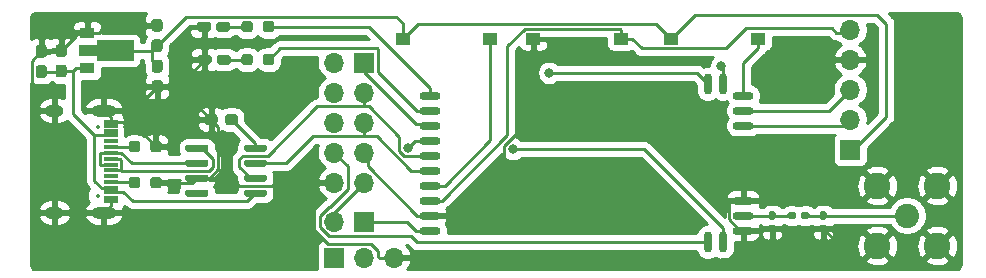
<source format=gbr>
%TF.GenerationSoftware,KiCad,Pcbnew,(5.1.9)-1*%
%TF.CreationDate,2021-02-24T20:28:46+08:00*%
%TF.ProjectId,M-HL10-kit,4d2d484c-3130-42d6-9b69-742e6b696361,rev?*%
%TF.SameCoordinates,Original*%
%TF.FileFunction,Copper,L1,Top*%
%TF.FilePolarity,Positive*%
%FSLAX46Y46*%
G04 Gerber Fmt 4.6, Leading zero omitted, Abs format (unit mm)*
G04 Created by KiCad (PCBNEW (5.1.9)-1) date 2021-02-24 20:28:46*
%MOMM*%
%LPD*%
G01*
G04 APERTURE LIST*
%TA.AperFunction,ComponentPad*%
%ADD10O,1.700000X1.700000*%
%TD*%
%TA.AperFunction,ComponentPad*%
%ADD11R,1.700000X1.700000*%
%TD*%
%TA.AperFunction,SMDPad,CuDef*%
%ADD12C,0.350000*%
%TD*%
%TA.AperFunction,SMDPad,CuDef*%
%ADD13R,1.300000X0.900000*%
%TD*%
%TA.AperFunction,SMDPad,CuDef*%
%ADD14O,0.750000X1.800000*%
%TD*%
%TA.AperFunction,SMDPad,CuDef*%
%ADD15O,1.800000X0.750000*%
%TD*%
%TA.AperFunction,SMDPad,CuDef*%
%ADD16R,1.150000X0.300000*%
%TD*%
%TA.AperFunction,ComponentPad*%
%ADD17O,1.600000X1.000000*%
%TD*%
%TA.AperFunction,ComponentPad*%
%ADD18O,2.100000X1.000000*%
%TD*%
%TA.AperFunction,SMDPad,CuDef*%
%ADD19R,1.199998X0.999998*%
%TD*%
%TA.AperFunction,ComponentPad*%
%ADD20C,2.250000*%
%TD*%
%TA.AperFunction,ComponentPad*%
%ADD21C,2.050000*%
%TD*%
%TA.AperFunction,ViaPad*%
%ADD22C,0.600000*%
%TD*%
%TA.AperFunction,ViaPad*%
%ADD23C,0.800000*%
%TD*%
%TA.AperFunction,Conductor*%
%ADD24C,0.250000*%
%TD*%
%TA.AperFunction,Conductor*%
%ADD25C,0.254000*%
%TD*%
%TA.AperFunction,Conductor*%
%ADD26C,0.350000*%
%TD*%
%ADD27C,0.300000*%
%ADD28C,0.350000*%
%ADD29O,1.200000X0.600000*%
%ADD30O,1.700000X0.600000*%
G04 APERTURE END LIST*
D10*
%TO.P,J5,5*%
%TO.N,/RST*%
X205994000Y-82042000D03*
%TO.P,J5,4*%
%TO.N,GND*%
X205994000Y-84582000D03*
%TO.P,J5,3*%
%TO.N,Net-(J5-Pad3)*%
X205994000Y-87122000D03*
%TO.P,J5,2*%
%TO.N,Net-(J5-Pad2)*%
X205994000Y-89662000D03*
D11*
%TO.P,J5,1*%
%TO.N,+3V3*%
X205994000Y-92202000D03*
%TD*%
%TA.AperFunction,SMDPad,CuDef*%
D12*
%TO.P,U3,2*%
%TO.N,+3V3*%
G36*
X145340000Y-84686500D02*
G01*
X142215000Y-84686500D01*
X142215000Y-84270000D01*
X140740000Y-84270000D01*
X140740000Y-83370000D01*
X142215000Y-83370000D01*
X142215000Y-82953500D01*
X145340000Y-82953500D01*
X145340000Y-84686500D01*
G37*
%TD.AperFunction*%
D13*
%TO.P,U3,3*%
%TO.N,+5V*%
X141390000Y-85320000D03*
%TO.P,U3,1*%
%TO.N,GND*%
X141390000Y-82320000D03*
%TD*%
%TO.P,U2,8*%
%TO.N,Net-(C1-Pad1)*%
%TA.AperFunction,SMDPad,CuDef*%
G36*
G01*
X154662000Y-92225000D02*
X154662000Y-91925000D01*
G75*
G02*
X154812000Y-91775000I150000J0D01*
G01*
X156462000Y-91775000D01*
G75*
G02*
X156612000Y-91925000I0J-150000D01*
G01*
X156612000Y-92225000D01*
G75*
G02*
X156462000Y-92375000I-150000J0D01*
G01*
X154812000Y-92375000D01*
G75*
G02*
X154662000Y-92225000I0J150000D01*
G01*
G37*
%TD.AperFunction*%
%TO.P,U2,7*%
%TO.N,/TX*%
%TA.AperFunction,SMDPad,CuDef*%
G36*
G01*
X154662000Y-93495000D02*
X154662000Y-93195000D01*
G75*
G02*
X154812000Y-93045000I150000J0D01*
G01*
X156462000Y-93045000D01*
G75*
G02*
X156612000Y-93195000I0J-150000D01*
G01*
X156612000Y-93495000D01*
G75*
G02*
X156462000Y-93645000I-150000J0D01*
G01*
X154812000Y-93645000D01*
G75*
G02*
X154662000Y-93495000I0J150000D01*
G01*
G37*
%TD.AperFunction*%
%TO.P,U2,6*%
%TO.N,/RX*%
%TA.AperFunction,SMDPad,CuDef*%
G36*
G01*
X154662000Y-94765000D02*
X154662000Y-94465000D01*
G75*
G02*
X154812000Y-94315000I150000J0D01*
G01*
X156462000Y-94315000D01*
G75*
G02*
X156612000Y-94465000I0J-150000D01*
G01*
X156612000Y-94765000D01*
G75*
G02*
X156462000Y-94915000I-150000J0D01*
G01*
X154812000Y-94915000D01*
G75*
G02*
X154662000Y-94765000I0J150000D01*
G01*
G37*
%TD.AperFunction*%
%TO.P,U2,5*%
%TO.N,+5V*%
%TA.AperFunction,SMDPad,CuDef*%
G36*
G01*
X154662000Y-96035000D02*
X154662000Y-95735000D01*
G75*
G02*
X154812000Y-95585000I150000J0D01*
G01*
X156462000Y-95585000D01*
G75*
G02*
X156612000Y-95735000I0J-150000D01*
G01*
X156612000Y-96035000D01*
G75*
G02*
X156462000Y-96185000I-150000J0D01*
G01*
X154812000Y-96185000D01*
G75*
G02*
X154662000Y-96035000I0J150000D01*
G01*
G37*
%TD.AperFunction*%
%TO.P,U2,4*%
%TO.N,Net-(U2-Pad4)*%
%TA.AperFunction,SMDPad,CuDef*%
G36*
G01*
X149712000Y-96035000D02*
X149712000Y-95735000D01*
G75*
G02*
X149862000Y-95585000I150000J0D01*
G01*
X151512000Y-95585000D01*
G75*
G02*
X151662000Y-95735000I0J-150000D01*
G01*
X151662000Y-96035000D01*
G75*
G02*
X151512000Y-96185000I-150000J0D01*
G01*
X149862000Y-96185000D01*
G75*
G02*
X149712000Y-96035000I0J150000D01*
G01*
G37*
%TD.AperFunction*%
%TO.P,U2,3*%
%TO.N,GND*%
%TA.AperFunction,SMDPad,CuDef*%
G36*
G01*
X149712000Y-94765000D02*
X149712000Y-94465000D01*
G75*
G02*
X149862000Y-94315000I150000J0D01*
G01*
X151512000Y-94315000D01*
G75*
G02*
X151662000Y-94465000I0J-150000D01*
G01*
X151662000Y-94765000D01*
G75*
G02*
X151512000Y-94915000I-150000J0D01*
G01*
X149862000Y-94915000D01*
G75*
G02*
X149712000Y-94765000I0J150000D01*
G01*
G37*
%TD.AperFunction*%
%TO.P,U2,2*%
%TO.N,/D-*%
%TA.AperFunction,SMDPad,CuDef*%
G36*
G01*
X149712000Y-93495000D02*
X149712000Y-93195000D01*
G75*
G02*
X149862000Y-93045000I150000J0D01*
G01*
X151512000Y-93045000D01*
G75*
G02*
X151662000Y-93195000I0J-150000D01*
G01*
X151662000Y-93495000D01*
G75*
G02*
X151512000Y-93645000I-150000J0D01*
G01*
X149862000Y-93645000D01*
G75*
G02*
X149712000Y-93495000I0J150000D01*
G01*
G37*
%TD.AperFunction*%
%TO.P,U2,1*%
%TO.N,/D+*%
%TA.AperFunction,SMDPad,CuDef*%
G36*
G01*
X149712000Y-92225000D02*
X149712000Y-91925000D01*
G75*
G02*
X149862000Y-91775000I150000J0D01*
G01*
X151512000Y-91775000D01*
G75*
G02*
X151662000Y-91925000I0J-150000D01*
G01*
X151662000Y-92225000D01*
G75*
G02*
X151512000Y-92375000I-150000J0D01*
G01*
X149862000Y-92375000D01*
G75*
G02*
X149712000Y-92225000I0J150000D01*
G01*
G37*
%TD.AperFunction*%
%TD*%
D14*
%TO.P,U1,20*%
%TO.N,/A1*%
X193947000Y-86645000D03*
%TO.P,U1,19*%
%TO.N,/A0*%
X195217000Y-86645000D03*
D15*
%TO.P,U1,18*%
%TO.N,/BOOT*%
X196934000Y-87630000D03*
%TO.P,U1,17*%
%TO.N,Net-(J5-Pad3)*%
X196934000Y-88900000D03*
%TO.P,U1,16*%
%TO.N,Net-(J5-Pad2)*%
X196934000Y-90170000D03*
%TO.P,U1,15*%
%TO.N,GND*%
X196934000Y-96520000D03*
%TO.P,U1,14*%
%TO.N,Net-(C2-Pad2)*%
X196934000Y-97790000D03*
%TO.P,U1,13*%
%TO.N,GND*%
X196934000Y-99060000D03*
D14*
%TO.P,U1,12*%
%TO.N,/SCL*%
X195217000Y-100045000D03*
%TO.P,U1,11*%
%TO.N,/SDA*%
X193947000Y-100045000D03*
D15*
%TO.P,U1,10*%
%TO.N,Net-(J3-Pad1)*%
X170434000Y-99060000D03*
%TO.P,U1,9*%
%TO.N,GND*%
X170434000Y-97790000D03*
%TO.P,U1,8*%
%TO.N,/RST*%
X170434000Y-96520000D03*
%TO.P,U1,7*%
%TO.N,/WKUP*%
X170434000Y-95250000D03*
%TO.P,U1,6*%
%TO.N,/TX*%
X170434000Y-93980000D03*
%TO.P,U1,5*%
%TO.N,/RX*%
X170434000Y-92710000D03*
%TO.P,U1,4*%
%TO.N,/AT*%
X170434000Y-91440000D03*
%TO.P,U1,3*%
%TO.N,/P3*%
X170434000Y-90170000D03*
%TO.P,U1,2*%
%TO.N,/P2*%
X170434000Y-88900000D03*
%TO.P,U1,1*%
%TO.N,/P1*%
X170434000Y-87630000D03*
%TD*%
%TO.P,R4,2*%
%TO.N,Net-(D2-Pad2)*%
%TA.AperFunction,SMDPad,CuDef*%
G36*
G01*
X155427000Y-84344500D02*
X155427000Y-84819500D01*
G75*
G02*
X155189500Y-85057000I-237500J0D01*
G01*
X154689500Y-85057000D01*
G75*
G02*
X154452000Y-84819500I0J237500D01*
G01*
X154452000Y-84344500D01*
G75*
G02*
X154689500Y-84107000I237500J0D01*
G01*
X155189500Y-84107000D01*
G75*
G02*
X155427000Y-84344500I0J-237500D01*
G01*
G37*
%TD.AperFunction*%
%TO.P,R4,1*%
%TO.N,/P2*%
%TA.AperFunction,SMDPad,CuDef*%
G36*
G01*
X157252000Y-84344500D02*
X157252000Y-84819500D01*
G75*
G02*
X157014500Y-85057000I-237500J0D01*
G01*
X156514500Y-85057000D01*
G75*
G02*
X156277000Y-84819500I0J237500D01*
G01*
X156277000Y-84344500D01*
G75*
G02*
X156514500Y-84107000I237500J0D01*
G01*
X157014500Y-84107000D01*
G75*
G02*
X157252000Y-84344500I0J-237500D01*
G01*
G37*
%TD.AperFunction*%
%TD*%
%TO.P,R3,2*%
%TO.N,Net-(D1-Pad2)*%
%TA.AperFunction,SMDPad,CuDef*%
G36*
G01*
X155427000Y-81550500D02*
X155427000Y-82025500D01*
G75*
G02*
X155189500Y-82263000I-237500J0D01*
G01*
X154689500Y-82263000D01*
G75*
G02*
X154452000Y-82025500I0J237500D01*
G01*
X154452000Y-81550500D01*
G75*
G02*
X154689500Y-81313000I237500J0D01*
G01*
X155189500Y-81313000D01*
G75*
G02*
X155427000Y-81550500I0J-237500D01*
G01*
G37*
%TD.AperFunction*%
%TO.P,R3,1*%
%TO.N,/P1*%
%TA.AperFunction,SMDPad,CuDef*%
G36*
G01*
X157252000Y-81550500D02*
X157252000Y-82025500D01*
G75*
G02*
X157014500Y-82263000I-237500J0D01*
G01*
X156514500Y-82263000D01*
G75*
G02*
X156277000Y-82025500I0J237500D01*
G01*
X156277000Y-81550500D01*
G75*
G02*
X156514500Y-81313000I237500J0D01*
G01*
X157014500Y-81313000D01*
G75*
G02*
X157252000Y-81550500I0J-237500D01*
G01*
G37*
%TD.AperFunction*%
%TD*%
%TO.P,R2,2*%
%TO.N,Net-(J4-PadB5)*%
%TA.AperFunction,SMDPad,CuDef*%
G36*
G01*
X145879000Y-94758500D02*
X145879000Y-95233500D01*
G75*
G02*
X145641500Y-95471000I-237500J0D01*
G01*
X145141500Y-95471000D01*
G75*
G02*
X144904000Y-95233500I0J237500D01*
G01*
X144904000Y-94758500D01*
G75*
G02*
X145141500Y-94521000I237500J0D01*
G01*
X145641500Y-94521000D01*
G75*
G02*
X145879000Y-94758500I0J-237500D01*
G01*
G37*
%TD.AperFunction*%
%TO.P,R2,1*%
%TO.N,GND*%
%TA.AperFunction,SMDPad,CuDef*%
G36*
G01*
X147704000Y-94758500D02*
X147704000Y-95233500D01*
G75*
G02*
X147466500Y-95471000I-237500J0D01*
G01*
X146966500Y-95471000D01*
G75*
G02*
X146729000Y-95233500I0J237500D01*
G01*
X146729000Y-94758500D01*
G75*
G02*
X146966500Y-94521000I237500J0D01*
G01*
X147466500Y-94521000D01*
G75*
G02*
X147704000Y-94758500I0J-237500D01*
G01*
G37*
%TD.AperFunction*%
%TD*%
%TO.P,R1,2*%
%TO.N,Net-(J4-PadA5)*%
%TA.AperFunction,SMDPad,CuDef*%
G36*
G01*
X145879000Y-91710500D02*
X145879000Y-92185500D01*
G75*
G02*
X145641500Y-92423000I-237500J0D01*
G01*
X145141500Y-92423000D01*
G75*
G02*
X144904000Y-92185500I0J237500D01*
G01*
X144904000Y-91710500D01*
G75*
G02*
X145141500Y-91473000I237500J0D01*
G01*
X145641500Y-91473000D01*
G75*
G02*
X145879000Y-91710500I0J-237500D01*
G01*
G37*
%TD.AperFunction*%
%TO.P,R1,1*%
%TO.N,GND*%
%TA.AperFunction,SMDPad,CuDef*%
G36*
G01*
X147704000Y-91710500D02*
X147704000Y-92185500D01*
G75*
G02*
X147466500Y-92423000I-237500J0D01*
G01*
X146966500Y-92423000D01*
G75*
G02*
X146729000Y-92185500I0J237500D01*
G01*
X146729000Y-91710500D01*
G75*
G02*
X146966500Y-91473000I237500J0D01*
G01*
X147466500Y-91473000D01*
G75*
G02*
X147704000Y-91710500I0J-237500D01*
G01*
G37*
%TD.AperFunction*%
%TD*%
D16*
%TO.P,J4,A12*%
%TO.N,GND*%
X143370000Y-96568000D03*
%TO.P,J4,A9*%
%TO.N,+5V*%
X143370000Y-95768000D03*
%TO.P,J4,B9*%
X143370000Y-90968000D03*
%TO.P,J4,B12*%
%TO.N,GND*%
X143370000Y-90168000D03*
%TO.P,J4,A1*%
X143370000Y-89868000D03*
%TO.P,J4,A4*%
%TO.N,+5V*%
X143370000Y-90668000D03*
%TO.P,J4,B8*%
%TO.N,Net-(J4-PadB8)*%
X143370000Y-91468000D03*
%TO.P,J4,A5*%
%TO.N,Net-(J4-PadA5)*%
X143370000Y-91968000D03*
%TO.P,J4,B7*%
%TO.N,/D-*%
X143370000Y-92468000D03*
%TO.P,J4,A6*%
%TO.N,/D+*%
X143370000Y-92968000D03*
%TO.P,J4,A7*%
%TO.N,/D-*%
X143370000Y-93468000D03*
%TO.P,J4,B6*%
%TO.N,/D+*%
X143370000Y-93968000D03*
%TO.P,J4,A8*%
%TO.N,Net-(J4-PadA8)*%
X143370000Y-94468000D03*
%TO.P,J4,B5*%
%TO.N,Net-(J4-PadB5)*%
X143370000Y-94968000D03*
%TO.P,J4,B4*%
%TO.N,+5V*%
X143370000Y-95468000D03*
%TO.P,J4,B1*%
%TO.N,GND*%
X143370000Y-96268000D03*
D17*
%TO.P,J4,S1*%
X138625000Y-97538000D03*
X138625000Y-88898000D03*
D18*
X142805000Y-97538000D03*
X142805000Y-88898000D03*
%TD*%
D10*
%TO.P,TEST,2*%
%TO.N,+3V3*%
X162306000Y-98298000D03*
D11*
%TO.P,TEST,1*%
%TO.N,Net-(J3-Pad1)*%
X164846000Y-98298000D03*
%TD*%
%TO.P,R,2*%
%TO.N,Net-(D2-Pad2)*%
%TA.AperFunction,SMDPad,CuDef*%
G36*
G01*
X152346000Y-84794500D02*
X152346000Y-84369500D01*
G75*
G02*
X152558500Y-84157000I212500J0D01*
G01*
X153358500Y-84157000D01*
G75*
G02*
X153571000Y-84369500I0J-212500D01*
G01*
X153571000Y-84794500D01*
G75*
G02*
X153358500Y-85007000I-212500J0D01*
G01*
X152558500Y-85007000D01*
G75*
G02*
X152346000Y-84794500I0J212500D01*
G01*
G37*
%TD.AperFunction*%
%TO.P,R,1*%
%TO.N,GND*%
%TA.AperFunction,SMDPad,CuDef*%
G36*
G01*
X150721000Y-84794500D02*
X150721000Y-84369500D01*
G75*
G02*
X150933500Y-84157000I212500J0D01*
G01*
X151733500Y-84157000D01*
G75*
G02*
X151946000Y-84369500I0J-212500D01*
G01*
X151946000Y-84794500D01*
G75*
G02*
X151733500Y-85007000I-212500J0D01*
G01*
X150933500Y-85007000D01*
G75*
G02*
X150721000Y-84794500I0J212500D01*
G01*
G37*
%TD.AperFunction*%
%TD*%
%TO.P,T,2*%
%TO.N,Net-(D1-Pad2)*%
%TA.AperFunction,SMDPad,CuDef*%
G36*
G01*
X152296000Y-82000500D02*
X152296000Y-81575500D01*
G75*
G02*
X152508500Y-81363000I212500J0D01*
G01*
X153308500Y-81363000D01*
G75*
G02*
X153521000Y-81575500I0J-212500D01*
G01*
X153521000Y-82000500D01*
G75*
G02*
X153308500Y-82213000I-212500J0D01*
G01*
X152508500Y-82213000D01*
G75*
G02*
X152296000Y-82000500I0J212500D01*
G01*
G37*
%TD.AperFunction*%
%TO.P,T,1*%
%TO.N,GND*%
%TA.AperFunction,SMDPad,CuDef*%
G36*
G01*
X150671000Y-82000500D02*
X150671000Y-81575500D01*
G75*
G02*
X150883500Y-81363000I212500J0D01*
G01*
X151683500Y-81363000D01*
G75*
G02*
X151896000Y-81575500I0J-212500D01*
G01*
X151896000Y-82000500D01*
G75*
G02*
X151683500Y-82213000I-212500J0D01*
G01*
X150883500Y-82213000D01*
G75*
G02*
X150671000Y-82000500I0J212500D01*
G01*
G37*
%TD.AperFunction*%
%TD*%
%TO.P,C8,2*%
%TO.N,GND*%
%TA.AperFunction,SMDPad,CuDef*%
G36*
G01*
X147082500Y-86330500D02*
X147557500Y-86330500D01*
G75*
G02*
X147795000Y-86568000I0J-237500D01*
G01*
X147795000Y-87168000D01*
G75*
G02*
X147557500Y-87405500I-237500J0D01*
G01*
X147082500Y-87405500D01*
G75*
G02*
X146845000Y-87168000I0J237500D01*
G01*
X146845000Y-86568000D01*
G75*
G02*
X147082500Y-86330500I237500J0D01*
G01*
G37*
%TD.AperFunction*%
%TO.P,C8,1*%
%TO.N,+3V3*%
%TA.AperFunction,SMDPad,CuDef*%
G36*
G01*
X147082500Y-84605500D02*
X147557500Y-84605500D01*
G75*
G02*
X147795000Y-84843000I0J-237500D01*
G01*
X147795000Y-85443000D01*
G75*
G02*
X147557500Y-85680500I-237500J0D01*
G01*
X147082500Y-85680500D01*
G75*
G02*
X146845000Y-85443000I0J237500D01*
G01*
X146845000Y-84843000D01*
G75*
G02*
X147082500Y-84605500I237500J0D01*
G01*
G37*
%TD.AperFunction*%
%TD*%
%TO.P,C6,2*%
%TO.N,GND*%
%TA.AperFunction,SMDPad,CuDef*%
G36*
G01*
X139429500Y-84357500D02*
X138954500Y-84357500D01*
G75*
G02*
X138717000Y-84120000I0J237500D01*
G01*
X138717000Y-83520000D01*
G75*
G02*
X138954500Y-83282500I237500J0D01*
G01*
X139429500Y-83282500D01*
G75*
G02*
X139667000Y-83520000I0J-237500D01*
G01*
X139667000Y-84120000D01*
G75*
G02*
X139429500Y-84357500I-237500J0D01*
G01*
G37*
%TD.AperFunction*%
%TO.P,C6,1*%
%TO.N,+5V*%
%TA.AperFunction,SMDPad,CuDef*%
G36*
G01*
X139429500Y-86082500D02*
X138954500Y-86082500D01*
G75*
G02*
X138717000Y-85845000I0J237500D01*
G01*
X138717000Y-85245000D01*
G75*
G02*
X138954500Y-85007500I237500J0D01*
G01*
X139429500Y-85007500D01*
G75*
G02*
X139667000Y-85245000I0J-237500D01*
G01*
X139667000Y-85845000D01*
G75*
G02*
X139429500Y-86082500I-237500J0D01*
G01*
G37*
%TD.AperFunction*%
%TD*%
%TO.P,C4,2*%
%TO.N,Net-(C3-Pad1)*%
%TA.AperFunction,SMDPad,CuDef*%
G36*
G01*
X203863000Y-98157500D02*
X203553000Y-98157500D01*
G75*
G02*
X203398000Y-98002500I0J155000D01*
G01*
X203398000Y-97577500D01*
G75*
G02*
X203553000Y-97422500I155000J0D01*
G01*
X203863000Y-97422500D01*
G75*
G02*
X204018000Y-97577500I0J-155000D01*
G01*
X204018000Y-98002500D01*
G75*
G02*
X203863000Y-98157500I-155000J0D01*
G01*
G37*
%TD.AperFunction*%
%TO.P,C4,1*%
%TO.N,GND*%
%TA.AperFunction,SMDPad,CuDef*%
G36*
G01*
X203863000Y-99292500D02*
X203553000Y-99292500D01*
G75*
G02*
X203398000Y-99137500I0J155000D01*
G01*
X203398000Y-98712500D01*
G75*
G02*
X203553000Y-98557500I155000J0D01*
G01*
X203863000Y-98557500D01*
G75*
G02*
X204018000Y-98712500I0J-155000D01*
G01*
X204018000Y-99137500D01*
G75*
G02*
X203863000Y-99292500I-155000J0D01*
G01*
G37*
%TD.AperFunction*%
%TD*%
%TO.P,C3,2*%
%TO.N,Net-(C2-Pad2)*%
%TA.AperFunction,SMDPad,CuDef*%
G36*
G01*
X201416000Y-97635000D02*
X201416000Y-97945000D01*
G75*
G02*
X201261000Y-98100000I-155000J0D01*
G01*
X200836000Y-98100000D01*
G75*
G02*
X200681000Y-97945000I0J155000D01*
G01*
X200681000Y-97635000D01*
G75*
G02*
X200836000Y-97480000I155000J0D01*
G01*
X201261000Y-97480000D01*
G75*
G02*
X201416000Y-97635000I0J-155000D01*
G01*
G37*
%TD.AperFunction*%
%TO.P,C3,1*%
%TO.N,Net-(C3-Pad1)*%
%TA.AperFunction,SMDPad,CuDef*%
G36*
G01*
X202551000Y-97635000D02*
X202551000Y-97945000D01*
G75*
G02*
X202396000Y-98100000I-155000J0D01*
G01*
X201971000Y-98100000D01*
G75*
G02*
X201816000Y-97945000I0J155000D01*
G01*
X201816000Y-97635000D01*
G75*
G02*
X201971000Y-97480000I155000J0D01*
G01*
X202396000Y-97480000D01*
G75*
G02*
X202551000Y-97635000I0J-155000D01*
G01*
G37*
%TD.AperFunction*%
%TD*%
%TO.P,C2,2*%
%TO.N,Net-(C2-Pad2)*%
%TA.AperFunction,SMDPad,CuDef*%
G36*
G01*
X199545000Y-98157500D02*
X199235000Y-98157500D01*
G75*
G02*
X199080000Y-98002500I0J155000D01*
G01*
X199080000Y-97577500D01*
G75*
G02*
X199235000Y-97422500I155000J0D01*
G01*
X199545000Y-97422500D01*
G75*
G02*
X199700000Y-97577500I0J-155000D01*
G01*
X199700000Y-98002500D01*
G75*
G02*
X199545000Y-98157500I-155000J0D01*
G01*
G37*
%TD.AperFunction*%
%TO.P,C2,1*%
%TO.N,GND*%
%TA.AperFunction,SMDPad,CuDef*%
G36*
G01*
X199545000Y-99292500D02*
X199235000Y-99292500D01*
G75*
G02*
X199080000Y-99137500I0J155000D01*
G01*
X199080000Y-98712500D01*
G75*
G02*
X199235000Y-98557500I155000J0D01*
G01*
X199545000Y-98557500D01*
G75*
G02*
X199700000Y-98712500I0J-155000D01*
G01*
X199700000Y-99137500D01*
G75*
G02*
X199545000Y-99292500I-155000J0D01*
G01*
G37*
%TD.AperFunction*%
%TD*%
%TO.P,C1,2*%
%TO.N,GND*%
%TA.AperFunction,SMDPad,CuDef*%
G36*
G01*
X152429000Y-89424500D02*
X152429000Y-89899500D01*
G75*
G02*
X152191500Y-90137000I-237500J0D01*
G01*
X151591500Y-90137000D01*
G75*
G02*
X151354000Y-89899500I0J237500D01*
G01*
X151354000Y-89424500D01*
G75*
G02*
X151591500Y-89187000I237500J0D01*
G01*
X152191500Y-89187000D01*
G75*
G02*
X152429000Y-89424500I0J-237500D01*
G01*
G37*
%TD.AperFunction*%
%TO.P,C1,1*%
%TO.N,Net-(C1-Pad1)*%
%TA.AperFunction,SMDPad,CuDef*%
G36*
G01*
X154154000Y-89424500D02*
X154154000Y-89899500D01*
G75*
G02*
X153916500Y-90137000I-237500J0D01*
G01*
X153316500Y-90137000D01*
G75*
G02*
X153079000Y-89899500I0J237500D01*
G01*
X153079000Y-89424500D01*
G75*
G02*
X153316500Y-89187000I237500J0D01*
G01*
X153916500Y-89187000D01*
G75*
G02*
X154154000Y-89424500I0J-237500D01*
G01*
G37*
%TD.AperFunction*%
%TD*%
D10*
%TO.P,J2,10*%
%TO.N,GND*%
X162306000Y-94996000D03*
%TO.P,J2,9*%
%TO.N,+3V3*%
X164846000Y-94996000D03*
%TO.P,J2,8*%
%TO.N,/SDA*%
X162306000Y-92456000D03*
%TO.P,J2,7*%
%TO.N,GND*%
X164846000Y-92456000D03*
%TO.P,J2,6*%
%TO.N,/SCL*%
X162306000Y-89916000D03*
%TO.P,J2,5*%
%TO.N,/TX*%
X164846000Y-89916000D03*
%TO.P,J2,4*%
%TO.N,/A0*%
X162306000Y-87376000D03*
%TO.P,J2,3*%
%TO.N,/RX*%
X164846000Y-87376000D03*
%TO.P,J2,2*%
%TO.N,/A1*%
X162306000Y-84836000D03*
D11*
%TO.P,J2,1*%
%TO.N,/P3*%
X164846000Y-84836000D03*
%TD*%
D10*
%TO.P,AT,3*%
%TO.N,GND*%
X167386000Y-101346000D03*
%TO.P,AT,2*%
%TO.N,/AT*%
X164846000Y-101346000D03*
D11*
%TO.P,AT,1*%
%TO.N,+3V3*%
X162306000Y-101346000D03*
%TD*%
D19*
%TO.P,SW3,2*%
%TO.N,/BOOT*%
X198200018Y-82800000D03*
%TO.P,SW3,1*%
%TO.N,+3V3*%
X190799982Y-82800000D03*
%TD*%
%TO.P,SW2,2*%
%TO.N,/RST*%
X186580018Y-82804000D03*
%TO.P,SW2,1*%
%TO.N,GND*%
X179179982Y-82804000D03*
%TD*%
%TO.P,SW1,2*%
%TO.N,/WKUP*%
X175500018Y-82804000D03*
%TO.P,SW1,1*%
%TO.N,+3V3*%
X168099982Y-82804000D03*
%TD*%
D20*
%TO.P,J6,2*%
%TO.N,GND*%
X208280000Y-100330000D03*
X208280000Y-95250000D03*
X213360000Y-95250000D03*
X213360000Y-100330000D03*
D21*
%TO.P,J6,1*%
%TO.N,Net-(C3-Pad1)*%
X210820000Y-97790000D03*
%TD*%
%TO.P,C7,2*%
%TO.N,GND*%
%TA.AperFunction,SMDPad,CuDef*%
G36*
G01*
X147537500Y-82212500D02*
X147062500Y-82212500D01*
G75*
G02*
X146825000Y-81975000I0J237500D01*
G01*
X146825000Y-81375000D01*
G75*
G02*
X147062500Y-81137500I237500J0D01*
G01*
X147537500Y-81137500D01*
G75*
G02*
X147775000Y-81375000I0J-237500D01*
G01*
X147775000Y-81975000D01*
G75*
G02*
X147537500Y-82212500I-237500J0D01*
G01*
G37*
%TD.AperFunction*%
%TO.P,C7,1*%
%TO.N,+3V3*%
%TA.AperFunction,SMDPad,CuDef*%
G36*
G01*
X147537500Y-83937500D02*
X147062500Y-83937500D01*
G75*
G02*
X146825000Y-83700000I0J237500D01*
G01*
X146825000Y-83100000D01*
G75*
G02*
X147062500Y-82862500I237500J0D01*
G01*
X147537500Y-82862500D01*
G75*
G02*
X147775000Y-83100000I0J-237500D01*
G01*
X147775000Y-83700000D01*
G75*
G02*
X147537500Y-83937500I-237500J0D01*
G01*
G37*
%TD.AperFunction*%
%TD*%
%TO.P,C5,2*%
%TO.N,GND*%
%TA.AperFunction,SMDPad,CuDef*%
G36*
G01*
X137737500Y-84412500D02*
X137262500Y-84412500D01*
G75*
G02*
X137025000Y-84175000I0J237500D01*
G01*
X137025000Y-83575000D01*
G75*
G02*
X137262500Y-83337500I237500J0D01*
G01*
X137737500Y-83337500D01*
G75*
G02*
X137975000Y-83575000I0J-237500D01*
G01*
X137975000Y-84175000D01*
G75*
G02*
X137737500Y-84412500I-237500J0D01*
G01*
G37*
%TD.AperFunction*%
%TO.P,C5,1*%
%TO.N,+5V*%
%TA.AperFunction,SMDPad,CuDef*%
G36*
G01*
X137737500Y-86137500D02*
X137262500Y-86137500D01*
G75*
G02*
X137025000Y-85900000I0J237500D01*
G01*
X137025000Y-85300000D01*
G75*
G02*
X137262500Y-85062500I237500J0D01*
G01*
X137737500Y-85062500D01*
G75*
G02*
X137975000Y-85300000I0J-237500D01*
G01*
X137975000Y-85900000D01*
G75*
G02*
X137737500Y-86137500I-237500J0D01*
G01*
G37*
%TD.AperFunction*%
%TD*%
D22*
%TO.N,GND*%
X177038000Y-101600000D03*
X179070000Y-101600000D03*
X180848000Y-101600000D03*
X182626000Y-101600000D03*
X184150000Y-101600000D03*
X185928000Y-101600000D03*
X187706000Y-101600000D03*
X189738000Y-101600000D03*
X191770000Y-101600000D03*
X193548000Y-101600000D03*
X195326000Y-101600000D03*
X197358000Y-101600000D03*
X199644000Y-101600000D03*
X201422000Y-101600000D03*
X203454000Y-101600000D03*
X205486000Y-101600000D03*
X170942000Y-101600000D03*
X172974000Y-101600000D03*
X175006000Y-101600000D03*
X139446000Y-100330000D03*
X141986000Y-100330000D03*
X144272000Y-100330000D03*
X146812000Y-100330000D03*
X149860000Y-100330000D03*
X152654000Y-100330000D03*
X155448000Y-100330000D03*
X158242000Y-100330000D03*
D23*
%TO.N,/AT*%
X168554100Y-92056400D03*
%TO.N,/A1*%
X180517100Y-85699800D03*
%TO.N,/A0*%
X195083800Y-85112400D03*
%TO.N,/SCL*%
X177449600Y-92160500D03*
%TD*%
D24*
%TO.N,GND*%
X142805000Y-97538000D02*
X143370000Y-96973000D01*
X143370000Y-96973000D02*
X143370000Y-96568000D01*
X179180000Y-89968500D02*
X178615900Y-89968500D01*
X178615900Y-89968500D02*
X176724300Y-91860100D01*
X176724300Y-91860100D02*
X176724300Y-92725000D01*
X176724300Y-92725000D02*
X171659300Y-97790000D01*
X160633900Y-95250000D02*
X153873100Y-95250000D01*
X153873100Y-95250000D02*
X152510300Y-93887200D01*
X161130700Y-94996000D02*
X160876700Y-95250000D01*
X160876700Y-95250000D02*
X160633900Y-95250000D01*
X162306000Y-94996000D02*
X161130700Y-94996000D01*
X152510300Y-93887200D02*
X151782500Y-94615000D01*
X151782500Y-94615000D02*
X150687000Y-94615000D01*
X151891500Y-89662000D02*
X152510300Y-90280800D01*
X152510300Y-90280800D02*
X152510300Y-93887200D01*
X149072500Y-86843000D02*
X151891500Y-89662000D01*
X150687000Y-94615000D02*
X150306000Y-94996000D01*
X150306000Y-94996000D02*
X147216500Y-94996000D01*
X151283500Y-81788000D02*
X151283500Y-84532000D01*
X151283500Y-84532000D02*
X151333500Y-84582000D01*
X149072500Y-86843000D02*
X151333500Y-84582000D01*
X147320000Y-86868000D02*
X149047500Y-86868000D01*
X149047500Y-86868000D02*
X149072500Y-86843000D01*
X138625000Y-88898000D02*
X137499700Y-88898000D01*
X137499700Y-88898000D02*
X136693800Y-88092100D01*
X136693800Y-88092100D02*
X136693800Y-84681200D01*
X136693800Y-84681200D02*
X137500000Y-83875000D01*
X196934000Y-99060000D02*
X198159300Y-99060000D01*
X199390000Y-98925000D02*
X198294300Y-98925000D01*
X198294300Y-98925000D02*
X198159300Y-99060000D01*
X203708000Y-98925000D02*
X199390000Y-98925000D01*
X170434000Y-97790000D02*
X171659300Y-97790000D01*
X179180000Y-89968500D02*
X189157200Y-89968500D01*
X189157200Y-89968500D02*
X195708700Y-96520000D01*
X179180000Y-82804000D02*
X179180000Y-89968500D01*
X196934000Y-96520000D02*
X195708700Y-96520000D01*
X196934000Y-99060000D02*
X196673500Y-99060000D01*
X196673500Y-99060000D02*
X195708700Y-98095200D01*
X195708700Y-98095200D02*
X195708700Y-96520000D01*
X137500000Y-83875000D02*
X139137000Y-83875000D01*
X139137000Y-83875000D02*
X139192000Y-83820000D01*
X142805000Y-88898000D02*
X143370000Y-89463000D01*
X143370000Y-89463000D02*
X143370000Y-89868000D01*
X146024100Y-89868000D02*
X146024100Y-90755600D01*
X146024100Y-90755600D02*
X147216500Y-91948000D01*
X147320000Y-86868000D02*
X146024100Y-88163900D01*
X146024100Y-88163900D02*
X146024100Y-89868000D01*
X146024100Y-89868000D02*
X144270300Y-89868000D01*
X143370000Y-89868000D02*
X144270300Y-89868000D01*
X205523000Y-100740000D02*
X203708000Y-98925000D01*
X142365300Y-82320000D02*
X143010300Y-81675000D01*
X143010300Y-81675000D02*
X147300000Y-81675000D01*
X143370000Y-89868000D02*
X143370000Y-90168000D01*
X143370000Y-96568000D02*
X143370000Y-96268000D01*
X141390000Y-82320000D02*
X140414700Y-82320000D01*
X139192000Y-83820000D02*
X140414700Y-82597300D01*
X140414700Y-82597300D02*
X140414700Y-82320000D01*
X141390000Y-82320000D02*
X142365300Y-82320000D01*
X165171400Y-92781400D02*
X164846000Y-92456000D01*
X169330100Y-97790000D02*
X165171400Y-93631300D01*
X165171400Y-93631300D02*
X165171400Y-92781400D01*
X170434000Y-97790000D02*
X169330100Y-97790000D01*
X160633900Y-98997600D02*
X160633900Y-95250000D01*
X165402800Y-100170700D02*
X161807000Y-100170700D01*
X161807000Y-100170700D02*
X160633900Y-98997600D01*
X166021001Y-101251001D02*
X166021001Y-100788901D01*
X166021001Y-100788901D02*
X165402800Y-100170700D01*
X166116000Y-101346000D02*
X166021001Y-101251001D01*
X167386000Y-101346000D02*
X166116000Y-101346000D01*
%TO.N,Net-(C1-Pad1)*%
X153616500Y-89662000D02*
X155637000Y-91682500D01*
X155637000Y-91682500D02*
X155637000Y-92075000D01*
%TO.N,Net-(C2-Pad2)*%
X199390000Y-97790000D02*
X196934000Y-97790000D01*
X201048500Y-97790000D02*
X199390000Y-97790000D01*
%TO.N,Net-(C3-Pad1)*%
X202183500Y-97790000D02*
X203708000Y-97790000D01*
X203708000Y-97790000D02*
X210820000Y-97790000D01*
%TO.N,+5V*%
X143370000Y-95768000D02*
X144438900Y-95768000D01*
X144438900Y-95768000D02*
X145235300Y-96564400D01*
X145235300Y-96564400D02*
X154957600Y-96564400D01*
X154957600Y-96564400D02*
X155637000Y-95885000D01*
X143370000Y-95468000D02*
X143370000Y-95768000D01*
X140189700Y-85545000D02*
X140414700Y-85320000D01*
X139192000Y-85545000D02*
X140189700Y-85545000D01*
X140189700Y-85545000D02*
X140189700Y-89192800D01*
X140189700Y-89192800D02*
X141989500Y-90992600D01*
X141989500Y-90992600D02*
X143345400Y-90992600D01*
X143345400Y-90992600D02*
X143370000Y-90968000D01*
X143370000Y-95468000D02*
X142624800Y-95468000D01*
X142624800Y-95468000D02*
X141989500Y-94832700D01*
X141989500Y-94832700D02*
X141989500Y-90992600D01*
X137500000Y-85600000D02*
X139137000Y-85600000D01*
X139137000Y-85600000D02*
X139192000Y-85545000D01*
X143370000Y-90668000D02*
X143370000Y-90968000D01*
X141390000Y-85320000D02*
X140414700Y-85320000D01*
%TO.N,+3V3*%
X147300000Y-83400000D02*
X149760100Y-80939900D01*
X149760100Y-80939900D02*
X167522000Y-80939900D01*
X167522000Y-80939900D02*
X168100000Y-81517900D01*
X146880000Y-83820000D02*
X147300000Y-83400000D01*
X168100000Y-81517900D02*
X168100000Y-81978700D01*
X168100000Y-82804000D02*
X168100000Y-81978700D01*
X141477500Y-83820000D02*
X146880000Y-83820000D01*
X146880000Y-83820000D02*
X146880000Y-84703000D01*
X146880000Y-84703000D02*
X147320000Y-85143000D01*
X162306000Y-97536000D02*
X162306000Y-98298000D01*
X164846000Y-94996000D02*
X162306000Y-97536000D01*
X209042000Y-89408000D02*
X209042000Y-81534000D01*
X205994000Y-92456000D02*
X209042000Y-89408000D01*
X209042000Y-81534000D02*
X208280000Y-80772000D01*
X192827982Y-80772000D02*
X190799982Y-82800000D01*
X208280000Y-80772000D02*
X192827982Y-80772000D01*
X169375291Y-81528691D02*
X168099982Y-82804000D01*
X189528673Y-81528691D02*
X169375291Y-81528691D01*
X190799982Y-82800000D02*
X189528673Y-81528691D01*
%TO.N,Net-(D1-Pad2)*%
X152908500Y-81788000D02*
X154939500Y-81788000D01*
%TO.N,Net-(D2-Pad2)*%
X152958500Y-84582000D02*
X154939500Y-84582000D01*
%TO.N,/AT*%
X168554100Y-92056400D02*
X169170500Y-91440000D01*
X169170500Y-91440000D02*
X170434000Y-91440000D01*
%TO.N,/A1*%
X180517100Y-85699800D02*
X193001800Y-85699800D01*
X193001800Y-85699800D02*
X193947000Y-86645000D01*
%TO.N,/A0*%
X195217000Y-86645000D02*
X195217000Y-85245600D01*
X195217000Y-85245600D02*
X195083800Y-85112400D01*
%TO.N,/SCL*%
X195217000Y-100045000D02*
X195217000Y-98819700D01*
X177449600Y-92160500D02*
X188557800Y-92160500D01*
X188557800Y-92160500D02*
X195217000Y-98819700D01*
%TO.N,/SDA*%
X161101900Y-97791200D02*
X161101900Y-98761000D01*
X161101900Y-98761000D02*
X161851300Y-99510400D01*
X161851300Y-99510400D02*
X168788300Y-99510400D01*
X168788300Y-99510400D02*
X169322900Y-100045000D01*
X169322900Y-100045000D02*
X193947000Y-100045000D01*
X163481001Y-93631001D02*
X162306000Y-92456000D01*
X163481001Y-95560001D02*
X163481001Y-93631001D01*
X161979452Y-97061550D02*
X163481001Y-95560001D01*
X161831550Y-97061550D02*
X161979452Y-97061550D01*
X161831550Y-97061550D02*
X161101900Y-97791200D01*
%TO.N,/TX*%
X164846000Y-91091300D02*
X160489300Y-91091300D01*
X160489300Y-91091300D02*
X158235600Y-93345000D01*
X158235600Y-93345000D02*
X155637000Y-93345000D01*
X164846000Y-90978700D02*
X164846000Y-91091300D01*
X164846000Y-89916000D02*
X164846000Y-90978700D01*
X164846000Y-91091300D02*
X165926400Y-91091300D01*
X165926400Y-91091300D02*
X168815100Y-93980000D01*
X168815100Y-93980000D02*
X170434000Y-93980000D01*
%TO.N,/RX*%
X164846000Y-88551300D02*
X165213400Y-88551300D01*
X165213400Y-88551300D02*
X167828800Y-91166700D01*
X167828800Y-91166700D02*
X167828800Y-92356800D01*
X167828800Y-92356800D02*
X168258100Y-92786100D01*
X168258100Y-92786100D02*
X169132600Y-92786100D01*
X164846000Y-88551300D02*
X160862400Y-88551300D01*
X160862400Y-88551300D02*
X156703700Y-92710000D01*
X156703700Y-92710000D02*
X154600900Y-92710000D01*
X154600900Y-92710000D02*
X154287600Y-93023300D01*
X154287600Y-93023300D02*
X154287600Y-93666900D01*
X154287600Y-93666900D02*
X155235700Y-94615000D01*
X155235700Y-94615000D02*
X155637000Y-94615000D01*
X164846000Y-88438700D02*
X164846000Y-88551300D01*
X164846000Y-87376000D02*
X164846000Y-88438700D01*
X169837599Y-92781401D02*
X168252911Y-92781401D01*
X169909000Y-92710000D02*
X169837599Y-92781401D01*
X170434000Y-92710000D02*
X169909000Y-92710000D01*
%TO.N,/P3*%
X164846000Y-85636998D02*
X164846000Y-84836000D01*
X169208700Y-89999698D02*
X164846000Y-85636998D01*
X170263698Y-89999698D02*
X170434000Y-90170000D01*
X169208700Y-89999698D02*
X170263698Y-89999698D01*
%TO.N,Net-(J3-Pad1)*%
X170434000Y-99060000D02*
X169208700Y-99060000D01*
X169208700Y-99060000D02*
X168446700Y-98298000D01*
X168446700Y-98298000D02*
X166021300Y-98298000D01*
X164846000Y-98298000D02*
X166021300Y-98298000D01*
%TO.N,Net-(J4-PadA5)*%
X143370000Y-91968000D02*
X144270300Y-91968000D01*
X145391500Y-91948000D02*
X144290300Y-91948000D01*
X144290300Y-91948000D02*
X144270300Y-91968000D01*
%TO.N,/D-*%
X143370000Y-92468000D02*
X142469700Y-92468000D01*
X143370000Y-93468000D02*
X142469700Y-93468000D01*
X142469700Y-93468000D02*
X142469700Y-92468000D01*
X143370000Y-92468000D02*
X144270300Y-92468000D01*
X144270300Y-92468000D02*
X145147300Y-93345000D01*
X145147300Y-93345000D02*
X150687000Y-93345000D01*
%TO.N,/D+*%
X144270300Y-93968000D02*
X144282300Y-93980000D01*
X144282300Y-93980000D02*
X151723400Y-93980000D01*
X151723400Y-93980000D02*
X152017500Y-93685900D01*
X152017500Y-93685900D02*
X152017500Y-92976400D01*
X152017500Y-92976400D02*
X151116100Y-92075000D01*
X151116100Y-92075000D02*
X150687000Y-92075000D01*
X144157700Y-93968000D02*
X144270300Y-93968000D01*
X143370000Y-93968000D02*
X144157700Y-93968000D01*
X144270300Y-93968000D02*
X144270300Y-93104900D01*
X144270300Y-93104900D02*
X144133400Y-92968000D01*
X144133400Y-92968000D02*
X143370000Y-92968000D01*
%TO.N,Net-(J4-PadB5)*%
X143370000Y-94968000D02*
X145363500Y-94968000D01*
X145363500Y-94968000D02*
X145391500Y-94996000D01*
%TO.N,Net-(J5-Pad3)*%
X204216000Y-88900000D02*
X205994000Y-87122000D01*
X196934000Y-88900000D02*
X204216000Y-88900000D01*
%TO.N,/RST*%
X204818700Y-82296000D02*
X205994000Y-82296000D01*
X178432800Y-81978700D02*
X186467400Y-81978700D01*
X171427500Y-96520000D02*
X176967300Y-90980200D01*
X176967300Y-90980200D02*
X176967300Y-83444200D01*
X176967300Y-83444200D02*
X178432800Y-81978700D01*
X186580000Y-82804000D02*
X187505300Y-82804000D01*
X170434000Y-96520000D02*
X171427500Y-96520000D01*
X186580000Y-82091300D02*
X186580000Y-82804000D01*
X187505300Y-82804000D02*
X188326700Y-83625400D01*
X195451100Y-83625400D02*
X197147100Y-81929400D01*
X188326700Y-83625400D02*
X195451100Y-83625400D01*
X197147100Y-81929400D02*
X204452100Y-81929400D01*
X186467400Y-81978700D02*
X186580000Y-82091300D01*
X204452100Y-81929400D02*
X204818700Y-82296000D01*
%TO.N,/P1*%
X170434000Y-87626000D02*
X170434000Y-87630000D01*
X170434000Y-87005000D02*
X165217000Y-81788000D01*
X170434000Y-87630000D02*
X170434000Y-87005000D01*
X164084000Y-81788000D02*
X164596000Y-81788000D01*
X165217000Y-81788000D02*
X164084000Y-81788000D01*
X156764500Y-81788000D02*
X164084000Y-81788000D01*
%TO.N,/P2*%
X156764500Y-84582000D02*
X157716300Y-83630200D01*
X166021001Y-83725999D02*
X165925202Y-83630200D01*
X166021001Y-85637001D02*
X166021001Y-83725999D01*
X169284000Y-88900000D02*
X166021001Y-85637001D01*
X165925202Y-83630200D02*
X157716300Y-83630200D01*
X170434000Y-88900000D02*
X169284000Y-88900000D01*
%TO.N,/WKUP*%
X175500000Y-82804000D02*
X175500000Y-91409300D01*
X175500000Y-91409300D02*
X171659300Y-95250000D01*
X170434000Y-95250000D02*
X171659300Y-95250000D01*
%TO.N,/BOOT*%
X198200000Y-82800000D02*
X198200000Y-83625300D01*
X198200000Y-83625300D02*
X196934000Y-84891300D01*
X196934000Y-84891300D02*
X196934000Y-87630000D01*
%TO.N,Net-(J5-Pad2)*%
X205486000Y-90170000D02*
X205994000Y-89662000D01*
X196934000Y-90170000D02*
X205486000Y-90170000D01*
%TD*%
D25*
%TO.N,GND*%
X215065424Y-80669580D02*
X215128356Y-80688580D01*
X215186405Y-80719445D01*
X215237343Y-80760989D01*
X215279248Y-80811644D01*
X215310515Y-80869471D01*
X215329956Y-80932272D01*
X215340000Y-81027835D01*
X215340001Y-101967711D01*
X215330420Y-102065424D01*
X215311420Y-102128357D01*
X215280554Y-102186406D01*
X215239011Y-102237343D01*
X215188356Y-102279248D01*
X215130529Y-102310515D01*
X215067728Y-102329956D01*
X214972165Y-102340000D01*
X168479642Y-102340000D01*
X168581178Y-102227355D01*
X168730157Y-101977252D01*
X168827481Y-101702891D01*
X168706814Y-101473000D01*
X167513000Y-101473000D01*
X167513000Y-101493000D01*
X167259000Y-101493000D01*
X167259000Y-101473000D01*
X167239000Y-101473000D01*
X167239000Y-101219000D01*
X167259000Y-101219000D01*
X167259000Y-101199000D01*
X167513000Y-101199000D01*
X167513000Y-101219000D01*
X168706814Y-101219000D01*
X168827481Y-100989109D01*
X168730157Y-100714748D01*
X168581178Y-100464645D01*
X168406089Y-100270400D01*
X168473499Y-100270400D01*
X168759100Y-100556002D01*
X168782899Y-100585001D01*
X168811897Y-100608799D01*
X168898624Y-100679974D01*
X169030653Y-100750546D01*
X169173914Y-100794003D01*
X169322900Y-100808677D01*
X169360233Y-100805000D01*
X192962841Y-100805000D01*
X193009368Y-100958379D01*
X193103153Y-101133840D01*
X193229367Y-101287633D01*
X193383160Y-101413847D01*
X193558620Y-101507632D01*
X193749006Y-101565385D01*
X193947000Y-101584886D01*
X194144993Y-101565385D01*
X194335379Y-101507632D01*
X194510840Y-101413847D01*
X194582000Y-101355448D01*
X194653160Y-101413847D01*
X194828620Y-101507632D01*
X195019006Y-101565385D01*
X195217000Y-101584886D01*
X195414993Y-101565385D01*
X195450773Y-101554531D01*
X207235074Y-101554531D01*
X207345921Y-101831714D01*
X207656840Y-101985089D01*
X207991705Y-102074860D01*
X208337650Y-102097576D01*
X208681380Y-102052366D01*
X209009685Y-101940966D01*
X209214079Y-101831714D01*
X209324926Y-101554531D01*
X212315074Y-101554531D01*
X212425921Y-101831714D01*
X212736840Y-101985089D01*
X213071705Y-102074860D01*
X213417650Y-102097576D01*
X213761380Y-102052366D01*
X214089685Y-101940966D01*
X214294079Y-101831714D01*
X214404926Y-101554531D01*
X213360000Y-100509605D01*
X212315074Y-101554531D01*
X209324926Y-101554531D01*
X208280000Y-100509605D01*
X207235074Y-101554531D01*
X195450773Y-101554531D01*
X195605379Y-101507632D01*
X195780840Y-101413847D01*
X195934633Y-101287633D01*
X196060847Y-101133840D01*
X196154632Y-100958380D01*
X196212385Y-100767994D01*
X196227000Y-100619608D01*
X196227000Y-100387650D01*
X206512424Y-100387650D01*
X206557634Y-100731380D01*
X206669034Y-101059685D01*
X206778286Y-101264079D01*
X207055469Y-101374926D01*
X208100395Y-100330000D01*
X208459605Y-100330000D01*
X209504531Y-101374926D01*
X209781714Y-101264079D01*
X209935089Y-100953160D01*
X210024860Y-100618295D01*
X210040004Y-100387650D01*
X211592424Y-100387650D01*
X211637634Y-100731380D01*
X211749034Y-101059685D01*
X211858286Y-101264079D01*
X212135469Y-101374926D01*
X213180395Y-100330000D01*
X213539605Y-100330000D01*
X214584531Y-101374926D01*
X214861714Y-101264079D01*
X215015089Y-100953160D01*
X215104860Y-100618295D01*
X215127576Y-100272350D01*
X215082366Y-99928620D01*
X214970966Y-99600315D01*
X214861714Y-99395921D01*
X214584531Y-99285074D01*
X213539605Y-100330000D01*
X213180395Y-100330000D01*
X212135469Y-99285074D01*
X211858286Y-99395921D01*
X211704911Y-99706840D01*
X211615140Y-100041705D01*
X211592424Y-100387650D01*
X210040004Y-100387650D01*
X210047576Y-100272350D01*
X210002366Y-99928620D01*
X209890966Y-99600315D01*
X209781714Y-99395921D01*
X209504531Y-99285074D01*
X208459605Y-100330000D01*
X208100395Y-100330000D01*
X207055469Y-99285074D01*
X206778286Y-99395921D01*
X206624911Y-99706840D01*
X206535140Y-100041705D01*
X206512424Y-100387650D01*
X196227000Y-100387650D01*
X196227000Y-100057513D01*
X196282000Y-100070000D01*
X196807000Y-100070000D01*
X196807000Y-99187000D01*
X197061000Y-99187000D01*
X197061000Y-100070000D01*
X197586000Y-100070000D01*
X197780601Y-100025817D01*
X197962843Y-99944518D01*
X198125723Y-99829227D01*
X198262981Y-99684375D01*
X198369342Y-99515529D01*
X198428781Y-99342181D01*
X198387784Y-99292500D01*
X198441928Y-99292500D01*
X198454188Y-99416982D01*
X198490498Y-99536680D01*
X198549463Y-99646994D01*
X198628815Y-99743685D01*
X198725506Y-99823037D01*
X198835820Y-99882002D01*
X198955518Y-99918312D01*
X199080000Y-99930572D01*
X199104250Y-99927500D01*
X199263000Y-99768750D01*
X199263000Y-99052000D01*
X199517000Y-99052000D01*
X199517000Y-99768750D01*
X199675750Y-99927500D01*
X199700000Y-99930572D01*
X199824482Y-99918312D01*
X199944180Y-99882002D01*
X200054494Y-99823037D01*
X200151185Y-99743685D01*
X200230537Y-99646994D01*
X200289502Y-99536680D01*
X200325812Y-99416982D01*
X200338072Y-99292500D01*
X202759928Y-99292500D01*
X202772188Y-99416982D01*
X202808498Y-99536680D01*
X202867463Y-99646994D01*
X202946815Y-99743685D01*
X203043506Y-99823037D01*
X203153820Y-99882002D01*
X203273518Y-99918312D01*
X203398000Y-99930572D01*
X203422250Y-99927500D01*
X203581000Y-99768750D01*
X203581000Y-99052000D01*
X203835000Y-99052000D01*
X203835000Y-99768750D01*
X203993750Y-99927500D01*
X204018000Y-99930572D01*
X204142482Y-99918312D01*
X204262180Y-99882002D01*
X204372494Y-99823037D01*
X204469185Y-99743685D01*
X204548537Y-99646994D01*
X204607502Y-99536680D01*
X204643812Y-99416982D01*
X204656072Y-99292500D01*
X204653000Y-99210750D01*
X204547719Y-99105469D01*
X207235074Y-99105469D01*
X208280000Y-100150395D01*
X209324926Y-99105469D01*
X209214079Y-98828286D01*
X208903160Y-98674911D01*
X208568295Y-98585140D01*
X208222350Y-98562424D01*
X207878620Y-98607634D01*
X207550315Y-98719034D01*
X207345921Y-98828286D01*
X207235074Y-99105469D01*
X204547719Y-99105469D01*
X204494250Y-99052000D01*
X203835000Y-99052000D01*
X203581000Y-99052000D01*
X202921750Y-99052000D01*
X202763000Y-99210750D01*
X202759928Y-99292500D01*
X200338072Y-99292500D01*
X200335000Y-99210750D01*
X200176250Y-99052000D01*
X199517000Y-99052000D01*
X199263000Y-99052000D01*
X198603750Y-99052000D01*
X198445000Y-99210750D01*
X198441928Y-99292500D01*
X198387784Y-99292500D01*
X198300723Y-99187000D01*
X197061000Y-99187000D01*
X196807000Y-99187000D01*
X196787000Y-99187000D01*
X196787000Y-98933000D01*
X196807000Y-98933000D01*
X196807000Y-98913000D01*
X197061000Y-98913000D01*
X197061000Y-98933000D01*
X198300723Y-98933000D01*
X198428781Y-98777819D01*
X198369342Y-98604471D01*
X198335029Y-98550000D01*
X198442667Y-98550000D01*
X198441928Y-98557500D01*
X198445000Y-98639250D01*
X198603750Y-98798000D01*
X199263000Y-98798000D01*
X199263000Y-98795572D01*
X199517000Y-98795572D01*
X199517000Y-98798000D01*
X200176250Y-98798000D01*
X200335000Y-98639250D01*
X200338072Y-98557500D01*
X200338058Y-98557362D01*
X200395393Y-98604415D01*
X200532504Y-98677703D01*
X200681279Y-98722833D01*
X200836000Y-98738072D01*
X201261000Y-98738072D01*
X201415721Y-98722833D01*
X201564496Y-98677703D01*
X201616000Y-98650173D01*
X201667504Y-98677703D01*
X201816279Y-98722833D01*
X201971000Y-98738072D01*
X202396000Y-98738072D01*
X202550721Y-98722833D01*
X202699496Y-98677703D01*
X202765938Y-98642188D01*
X202921750Y-98798000D01*
X203581000Y-98798000D01*
X203581000Y-98795572D01*
X203835000Y-98795572D01*
X203835000Y-98798000D01*
X204494250Y-98798000D01*
X204653000Y-98639250D01*
X204656072Y-98557500D01*
X204655333Y-98550000D01*
X209338031Y-98550000D01*
X209348927Y-98576305D01*
X209530594Y-98848188D01*
X209761812Y-99079406D01*
X210033695Y-99261073D01*
X210335796Y-99386207D01*
X210656504Y-99450000D01*
X210983496Y-99450000D01*
X211304204Y-99386207D01*
X211606305Y-99261073D01*
X211839182Y-99105469D01*
X212315074Y-99105469D01*
X213360000Y-100150395D01*
X214404926Y-99105469D01*
X214294079Y-98828286D01*
X213983160Y-98674911D01*
X213648295Y-98585140D01*
X213302350Y-98562424D01*
X212958620Y-98607634D01*
X212630315Y-98719034D01*
X212425921Y-98828286D01*
X212315074Y-99105469D01*
X211839182Y-99105469D01*
X211878188Y-99079406D01*
X212109406Y-98848188D01*
X212291073Y-98576305D01*
X212416207Y-98274204D01*
X212480000Y-97953496D01*
X212480000Y-97626504D01*
X212416207Y-97305796D01*
X212291073Y-97003695D01*
X212109406Y-96731812D01*
X211878188Y-96500594D01*
X211839183Y-96474531D01*
X212315074Y-96474531D01*
X212425921Y-96751714D01*
X212736840Y-96905089D01*
X213071705Y-96994860D01*
X213417650Y-97017576D01*
X213761380Y-96972366D01*
X214089685Y-96860966D01*
X214294079Y-96751714D01*
X214404926Y-96474531D01*
X213360000Y-95429605D01*
X212315074Y-96474531D01*
X211839183Y-96474531D01*
X211606305Y-96318927D01*
X211304204Y-96193793D01*
X210983496Y-96130000D01*
X210656504Y-96130000D01*
X210335796Y-96193793D01*
X210033695Y-96318927D01*
X209761812Y-96500594D01*
X209530594Y-96731812D01*
X209348927Y-97003695D01*
X209338031Y-97030000D01*
X204434691Y-97030000D01*
X204423787Y-97016713D01*
X204303607Y-96918085D01*
X204166496Y-96844797D01*
X204017721Y-96799667D01*
X203863000Y-96784428D01*
X203553000Y-96784428D01*
X203398279Y-96799667D01*
X203249504Y-96844797D01*
X203112393Y-96918085D01*
X202992213Y-97016713D01*
X202981309Y-97030000D01*
X202902913Y-97030000D01*
X202836607Y-96975585D01*
X202699496Y-96902297D01*
X202550721Y-96857167D01*
X202396000Y-96841928D01*
X201971000Y-96841928D01*
X201816279Y-96857167D01*
X201667504Y-96902297D01*
X201616000Y-96929827D01*
X201564496Y-96902297D01*
X201415721Y-96857167D01*
X201261000Y-96841928D01*
X200836000Y-96841928D01*
X200681279Y-96857167D01*
X200532504Y-96902297D01*
X200395393Y-96975585D01*
X200329087Y-97030000D01*
X200116691Y-97030000D01*
X200105787Y-97016713D01*
X199985607Y-96918085D01*
X199848496Y-96844797D01*
X199699721Y-96799667D01*
X199545000Y-96784428D01*
X199235000Y-96784428D01*
X199080279Y-96799667D01*
X198931504Y-96844797D01*
X198794393Y-96918085D01*
X198674213Y-97016713D01*
X198663309Y-97030000D01*
X198335029Y-97030000D01*
X198369342Y-96975529D01*
X198428781Y-96802181D01*
X198300723Y-96647000D01*
X197061000Y-96647000D01*
X197061000Y-96667000D01*
X196807000Y-96667000D01*
X196807000Y-96647000D01*
X195567277Y-96647000D01*
X195439219Y-96802181D01*
X195498658Y-96975529D01*
X195605019Y-97144375D01*
X195619623Y-97159787D01*
X195565153Y-97226160D01*
X195471368Y-97401620D01*
X195413615Y-97592006D01*
X195394114Y-97790000D01*
X195408537Y-97936435D01*
X193946633Y-96474531D01*
X207235074Y-96474531D01*
X207345921Y-96751714D01*
X207656840Y-96905089D01*
X207991705Y-96994860D01*
X208337650Y-97017576D01*
X208681380Y-96972366D01*
X209009685Y-96860966D01*
X209214079Y-96751714D01*
X209324926Y-96474531D01*
X208280000Y-95429605D01*
X207235074Y-96474531D01*
X193946633Y-96474531D01*
X193709921Y-96237819D01*
X195439219Y-96237819D01*
X195567277Y-96393000D01*
X196807000Y-96393000D01*
X196807000Y-95510000D01*
X197061000Y-95510000D01*
X197061000Y-96393000D01*
X198300723Y-96393000D01*
X198428781Y-96237819D01*
X198369342Y-96064471D01*
X198262981Y-95895625D01*
X198125723Y-95750773D01*
X197962843Y-95635482D01*
X197780601Y-95554183D01*
X197586000Y-95510000D01*
X197061000Y-95510000D01*
X196807000Y-95510000D01*
X196282000Y-95510000D01*
X196087399Y-95554183D01*
X195905157Y-95635482D01*
X195742277Y-95750773D01*
X195605019Y-95895625D01*
X195498658Y-96064471D01*
X195439219Y-96237819D01*
X193709921Y-96237819D01*
X192779752Y-95307650D01*
X206512424Y-95307650D01*
X206557634Y-95651380D01*
X206669034Y-95979685D01*
X206778286Y-96184079D01*
X207055469Y-96294926D01*
X208100395Y-95250000D01*
X208459605Y-95250000D01*
X209504531Y-96294926D01*
X209781714Y-96184079D01*
X209935089Y-95873160D01*
X210024860Y-95538295D01*
X210040004Y-95307650D01*
X211592424Y-95307650D01*
X211637634Y-95651380D01*
X211749034Y-95979685D01*
X211858286Y-96184079D01*
X212135469Y-96294926D01*
X213180395Y-95250000D01*
X213539605Y-95250000D01*
X214584531Y-96294926D01*
X214861714Y-96184079D01*
X215015089Y-95873160D01*
X215104860Y-95538295D01*
X215127576Y-95192350D01*
X215082366Y-94848620D01*
X214970966Y-94520315D01*
X214861714Y-94315921D01*
X214584531Y-94205074D01*
X213539605Y-95250000D01*
X213180395Y-95250000D01*
X212135469Y-94205074D01*
X211858286Y-94315921D01*
X211704911Y-94626840D01*
X211615140Y-94961705D01*
X211592424Y-95307650D01*
X210040004Y-95307650D01*
X210047576Y-95192350D01*
X210002366Y-94848620D01*
X209890966Y-94520315D01*
X209781714Y-94315921D01*
X209504531Y-94205074D01*
X208459605Y-95250000D01*
X208100395Y-95250000D01*
X207055469Y-94205074D01*
X206778286Y-94315921D01*
X206624911Y-94626840D01*
X206535140Y-94961705D01*
X206512424Y-95307650D01*
X192779752Y-95307650D01*
X191497571Y-94025469D01*
X207235074Y-94025469D01*
X208280000Y-95070395D01*
X209324926Y-94025469D01*
X212315074Y-94025469D01*
X213360000Y-95070395D01*
X214404926Y-94025469D01*
X214294079Y-93748286D01*
X213983160Y-93594911D01*
X213648295Y-93505140D01*
X213302350Y-93482424D01*
X212958620Y-93527634D01*
X212630315Y-93639034D01*
X212425921Y-93748286D01*
X212315074Y-94025469D01*
X209324926Y-94025469D01*
X209214079Y-93748286D01*
X208903160Y-93594911D01*
X208568295Y-93505140D01*
X208222350Y-93482424D01*
X207878620Y-93527634D01*
X207550315Y-93639034D01*
X207345921Y-93748286D01*
X207235074Y-94025469D01*
X191497571Y-94025469D01*
X189121604Y-91649503D01*
X189097801Y-91620499D01*
X188982076Y-91525526D01*
X188850047Y-91454954D01*
X188706786Y-91411497D01*
X188595133Y-91400500D01*
X188595122Y-91400500D01*
X188557800Y-91396824D01*
X188520478Y-91400500D01*
X178153311Y-91400500D01*
X178109374Y-91356563D01*
X177939856Y-91243295D01*
X177751498Y-91165274D01*
X177707982Y-91156618D01*
X177716303Y-91129186D01*
X177727300Y-91017533D01*
X177727300Y-91017524D01*
X177730976Y-90980201D01*
X177727300Y-90942878D01*
X177727300Y-83759001D01*
X177978295Y-83508007D01*
X177990481Y-83548179D01*
X178049446Y-83658493D01*
X178128798Y-83755184D01*
X178225489Y-83834536D01*
X178335803Y-83893501D01*
X178455501Y-83929811D01*
X178579983Y-83942071D01*
X178894232Y-83938999D01*
X179052982Y-83780249D01*
X179052982Y-82931000D01*
X179306982Y-82931000D01*
X179306982Y-83780249D01*
X179465732Y-83938999D01*
X179779981Y-83942071D01*
X179904463Y-83929811D01*
X180024161Y-83893501D01*
X180134475Y-83834536D01*
X180231166Y-83755184D01*
X180310518Y-83658493D01*
X180369483Y-83548179D01*
X180405793Y-83428481D01*
X180418053Y-83303999D01*
X180414981Y-83089750D01*
X180256231Y-82931000D01*
X179306982Y-82931000D01*
X179052982Y-82931000D01*
X179032982Y-82931000D01*
X179032982Y-82738700D01*
X185341947Y-82738700D01*
X185341947Y-83303999D01*
X185354207Y-83428481D01*
X185390517Y-83548179D01*
X185449482Y-83658493D01*
X185528834Y-83755184D01*
X185625525Y-83834536D01*
X185735839Y-83893501D01*
X185855537Y-83929811D01*
X185980019Y-83942071D01*
X187180017Y-83942071D01*
X187304499Y-83929811D01*
X187424197Y-83893501D01*
X187486629Y-83860130D01*
X187762901Y-84136402D01*
X187786699Y-84165401D01*
X187815697Y-84189199D01*
X187902423Y-84260374D01*
X187969542Y-84296250D01*
X188034453Y-84330946D01*
X188177714Y-84374403D01*
X188289367Y-84385400D01*
X188289377Y-84385400D01*
X188326699Y-84389076D01*
X188364022Y-84385400D01*
X194347089Y-84385400D01*
X194279863Y-84452626D01*
X194166595Y-84622144D01*
X194088574Y-84810502D01*
X194048800Y-85010461D01*
X194048800Y-85115141D01*
X193947000Y-85105114D01*
X193749007Y-85124615D01*
X193559984Y-85181955D01*
X193541801Y-85159799D01*
X193426076Y-85064826D01*
X193294047Y-84994254D01*
X193150786Y-84950797D01*
X193039133Y-84939800D01*
X193039122Y-84939800D01*
X193001800Y-84936124D01*
X192964478Y-84939800D01*
X181220811Y-84939800D01*
X181176874Y-84895863D01*
X181007356Y-84782595D01*
X180818998Y-84704574D01*
X180619039Y-84664800D01*
X180415161Y-84664800D01*
X180215202Y-84704574D01*
X180026844Y-84782595D01*
X179857326Y-84895863D01*
X179713163Y-85040026D01*
X179599895Y-85209544D01*
X179521874Y-85397902D01*
X179482100Y-85597861D01*
X179482100Y-85801739D01*
X179521874Y-86001698D01*
X179599895Y-86190056D01*
X179713163Y-86359574D01*
X179857326Y-86503737D01*
X180026844Y-86617005D01*
X180215202Y-86695026D01*
X180415161Y-86734800D01*
X180619039Y-86734800D01*
X180818998Y-86695026D01*
X181007356Y-86617005D01*
X181176874Y-86503737D01*
X181220811Y-86459800D01*
X192686999Y-86459800D01*
X192937000Y-86709802D01*
X192937000Y-87219607D01*
X192951615Y-87367993D01*
X193009368Y-87558379D01*
X193103153Y-87733840D01*
X193229367Y-87887633D01*
X193383160Y-88013847D01*
X193558620Y-88107632D01*
X193749006Y-88165385D01*
X193947000Y-88184886D01*
X194144993Y-88165385D01*
X194335379Y-88107632D01*
X194510840Y-88013847D01*
X194582000Y-87955448D01*
X194653160Y-88013847D01*
X194828620Y-88107632D01*
X195019006Y-88165385D01*
X195217000Y-88184886D01*
X195414993Y-88165385D01*
X195531115Y-88130160D01*
X195565153Y-88193840D01*
X195623552Y-88265000D01*
X195565153Y-88336160D01*
X195471368Y-88511620D01*
X195413615Y-88702006D01*
X195394114Y-88900000D01*
X195413615Y-89097994D01*
X195471368Y-89288380D01*
X195565153Y-89463840D01*
X195623552Y-89535000D01*
X195565153Y-89606160D01*
X195471368Y-89781620D01*
X195413615Y-89972006D01*
X195394114Y-90170000D01*
X195413615Y-90367994D01*
X195471368Y-90558380D01*
X195565153Y-90733840D01*
X195691367Y-90887633D01*
X195845160Y-91013847D01*
X196020620Y-91107632D01*
X196211006Y-91165385D01*
X196359392Y-91180000D01*
X197508608Y-91180000D01*
X197656994Y-91165385D01*
X197847380Y-91107632D01*
X198022840Y-91013847D01*
X198125008Y-90930000D01*
X204668864Y-90930000D01*
X204613463Y-90997506D01*
X204554498Y-91107820D01*
X204518188Y-91227518D01*
X204505928Y-91352000D01*
X204505928Y-93052000D01*
X204518188Y-93176482D01*
X204554498Y-93296180D01*
X204613463Y-93406494D01*
X204692815Y-93503185D01*
X204789506Y-93582537D01*
X204899820Y-93641502D01*
X205019518Y-93677812D01*
X205144000Y-93690072D01*
X206844000Y-93690072D01*
X206968482Y-93677812D01*
X207088180Y-93641502D01*
X207198494Y-93582537D01*
X207295185Y-93503185D01*
X207374537Y-93406494D01*
X207433502Y-93296180D01*
X207469812Y-93176482D01*
X207482072Y-93052000D01*
X207482072Y-92042729D01*
X209553004Y-89971798D01*
X209582001Y-89948001D01*
X209627806Y-89892188D01*
X209676974Y-89832277D01*
X209747546Y-89700247D01*
X209751792Y-89686250D01*
X209791003Y-89556986D01*
X209802000Y-89445333D01*
X209802000Y-89445323D01*
X209805676Y-89408000D01*
X209802000Y-89370677D01*
X209802000Y-81571325D01*
X209805676Y-81534000D01*
X209802000Y-81496675D01*
X209802000Y-81496667D01*
X209791003Y-81385014D01*
X209747546Y-81241753D01*
X209676974Y-81109724D01*
X209582001Y-80993999D01*
X209553002Y-80970201D01*
X209242802Y-80660000D01*
X214967721Y-80660000D01*
X215065424Y-80669580D01*
%TA.AperFunction,Conductor*%
D26*
G36*
X215065424Y-80669580D02*
G01*
X215128356Y-80688580D01*
X215186405Y-80719445D01*
X215237343Y-80760989D01*
X215279248Y-80811644D01*
X215310515Y-80869471D01*
X215329956Y-80932272D01*
X215340000Y-81027835D01*
X215340001Y-101967711D01*
X215330420Y-102065424D01*
X215311420Y-102128357D01*
X215280554Y-102186406D01*
X215239011Y-102237343D01*
X215188356Y-102279248D01*
X215130529Y-102310515D01*
X215067728Y-102329956D01*
X214972165Y-102340000D01*
X168479642Y-102340000D01*
X168581178Y-102227355D01*
X168730157Y-101977252D01*
X168827481Y-101702891D01*
X168706814Y-101473000D01*
X167513000Y-101473000D01*
X167513000Y-101493000D01*
X167259000Y-101493000D01*
X167259000Y-101473000D01*
X167239000Y-101473000D01*
X167239000Y-101219000D01*
X167259000Y-101219000D01*
X167259000Y-101199000D01*
X167513000Y-101199000D01*
X167513000Y-101219000D01*
X168706814Y-101219000D01*
X168827481Y-100989109D01*
X168730157Y-100714748D01*
X168581178Y-100464645D01*
X168406089Y-100270400D01*
X168473499Y-100270400D01*
X168759100Y-100556002D01*
X168782899Y-100585001D01*
X168811897Y-100608799D01*
X168898624Y-100679974D01*
X169030653Y-100750546D01*
X169173914Y-100794003D01*
X169322900Y-100808677D01*
X169360233Y-100805000D01*
X192962841Y-100805000D01*
X193009368Y-100958379D01*
X193103153Y-101133840D01*
X193229367Y-101287633D01*
X193383160Y-101413847D01*
X193558620Y-101507632D01*
X193749006Y-101565385D01*
X193947000Y-101584886D01*
X194144993Y-101565385D01*
X194335379Y-101507632D01*
X194510840Y-101413847D01*
X194582000Y-101355448D01*
X194653160Y-101413847D01*
X194828620Y-101507632D01*
X195019006Y-101565385D01*
X195217000Y-101584886D01*
X195414993Y-101565385D01*
X195450773Y-101554531D01*
X207235074Y-101554531D01*
X207345921Y-101831714D01*
X207656840Y-101985089D01*
X207991705Y-102074860D01*
X208337650Y-102097576D01*
X208681380Y-102052366D01*
X209009685Y-101940966D01*
X209214079Y-101831714D01*
X209324926Y-101554531D01*
X212315074Y-101554531D01*
X212425921Y-101831714D01*
X212736840Y-101985089D01*
X213071705Y-102074860D01*
X213417650Y-102097576D01*
X213761380Y-102052366D01*
X214089685Y-101940966D01*
X214294079Y-101831714D01*
X214404926Y-101554531D01*
X213360000Y-100509605D01*
X212315074Y-101554531D01*
X209324926Y-101554531D01*
X208280000Y-100509605D01*
X207235074Y-101554531D01*
X195450773Y-101554531D01*
X195605379Y-101507632D01*
X195780840Y-101413847D01*
X195934633Y-101287633D01*
X196060847Y-101133840D01*
X196154632Y-100958380D01*
X196212385Y-100767994D01*
X196227000Y-100619608D01*
X196227000Y-100387650D01*
X206512424Y-100387650D01*
X206557634Y-100731380D01*
X206669034Y-101059685D01*
X206778286Y-101264079D01*
X207055469Y-101374926D01*
X208100395Y-100330000D01*
X208459605Y-100330000D01*
X209504531Y-101374926D01*
X209781714Y-101264079D01*
X209935089Y-100953160D01*
X210024860Y-100618295D01*
X210040004Y-100387650D01*
X211592424Y-100387650D01*
X211637634Y-100731380D01*
X211749034Y-101059685D01*
X211858286Y-101264079D01*
X212135469Y-101374926D01*
X213180395Y-100330000D01*
X213539605Y-100330000D01*
X214584531Y-101374926D01*
X214861714Y-101264079D01*
X215015089Y-100953160D01*
X215104860Y-100618295D01*
X215127576Y-100272350D01*
X215082366Y-99928620D01*
X214970966Y-99600315D01*
X214861714Y-99395921D01*
X214584531Y-99285074D01*
X213539605Y-100330000D01*
X213180395Y-100330000D01*
X212135469Y-99285074D01*
X211858286Y-99395921D01*
X211704911Y-99706840D01*
X211615140Y-100041705D01*
X211592424Y-100387650D01*
X210040004Y-100387650D01*
X210047576Y-100272350D01*
X210002366Y-99928620D01*
X209890966Y-99600315D01*
X209781714Y-99395921D01*
X209504531Y-99285074D01*
X208459605Y-100330000D01*
X208100395Y-100330000D01*
X207055469Y-99285074D01*
X206778286Y-99395921D01*
X206624911Y-99706840D01*
X206535140Y-100041705D01*
X206512424Y-100387650D01*
X196227000Y-100387650D01*
X196227000Y-100057513D01*
X196282000Y-100070000D01*
X196807000Y-100070000D01*
X196807000Y-99187000D01*
X197061000Y-99187000D01*
X197061000Y-100070000D01*
X197586000Y-100070000D01*
X197780601Y-100025817D01*
X197962843Y-99944518D01*
X198125723Y-99829227D01*
X198262981Y-99684375D01*
X198369342Y-99515529D01*
X198428781Y-99342181D01*
X198387784Y-99292500D01*
X198441928Y-99292500D01*
X198454188Y-99416982D01*
X198490498Y-99536680D01*
X198549463Y-99646994D01*
X198628815Y-99743685D01*
X198725506Y-99823037D01*
X198835820Y-99882002D01*
X198955518Y-99918312D01*
X199080000Y-99930572D01*
X199104250Y-99927500D01*
X199263000Y-99768750D01*
X199263000Y-99052000D01*
X199517000Y-99052000D01*
X199517000Y-99768750D01*
X199675750Y-99927500D01*
X199700000Y-99930572D01*
X199824482Y-99918312D01*
X199944180Y-99882002D01*
X200054494Y-99823037D01*
X200151185Y-99743685D01*
X200230537Y-99646994D01*
X200289502Y-99536680D01*
X200325812Y-99416982D01*
X200338072Y-99292500D01*
X202759928Y-99292500D01*
X202772188Y-99416982D01*
X202808498Y-99536680D01*
X202867463Y-99646994D01*
X202946815Y-99743685D01*
X203043506Y-99823037D01*
X203153820Y-99882002D01*
X203273518Y-99918312D01*
X203398000Y-99930572D01*
X203422250Y-99927500D01*
X203581000Y-99768750D01*
X203581000Y-99052000D01*
X203835000Y-99052000D01*
X203835000Y-99768750D01*
X203993750Y-99927500D01*
X204018000Y-99930572D01*
X204142482Y-99918312D01*
X204262180Y-99882002D01*
X204372494Y-99823037D01*
X204469185Y-99743685D01*
X204548537Y-99646994D01*
X204607502Y-99536680D01*
X204643812Y-99416982D01*
X204656072Y-99292500D01*
X204653000Y-99210750D01*
X204547719Y-99105469D01*
X207235074Y-99105469D01*
X208280000Y-100150395D01*
X209324926Y-99105469D01*
X209214079Y-98828286D01*
X208903160Y-98674911D01*
X208568295Y-98585140D01*
X208222350Y-98562424D01*
X207878620Y-98607634D01*
X207550315Y-98719034D01*
X207345921Y-98828286D01*
X207235074Y-99105469D01*
X204547719Y-99105469D01*
X204494250Y-99052000D01*
X203835000Y-99052000D01*
X203581000Y-99052000D01*
X202921750Y-99052000D01*
X202763000Y-99210750D01*
X202759928Y-99292500D01*
X200338072Y-99292500D01*
X200335000Y-99210750D01*
X200176250Y-99052000D01*
X199517000Y-99052000D01*
X199263000Y-99052000D01*
X198603750Y-99052000D01*
X198445000Y-99210750D01*
X198441928Y-99292500D01*
X198387784Y-99292500D01*
X198300723Y-99187000D01*
X197061000Y-99187000D01*
X196807000Y-99187000D01*
X196787000Y-99187000D01*
X196787000Y-98933000D01*
X196807000Y-98933000D01*
X196807000Y-98913000D01*
X197061000Y-98913000D01*
X197061000Y-98933000D01*
X198300723Y-98933000D01*
X198428781Y-98777819D01*
X198369342Y-98604471D01*
X198335029Y-98550000D01*
X198442667Y-98550000D01*
X198441928Y-98557500D01*
X198445000Y-98639250D01*
X198603750Y-98798000D01*
X199263000Y-98798000D01*
X199263000Y-98795572D01*
X199517000Y-98795572D01*
X199517000Y-98798000D01*
X200176250Y-98798000D01*
X200335000Y-98639250D01*
X200338072Y-98557500D01*
X200338058Y-98557362D01*
X200395393Y-98604415D01*
X200532504Y-98677703D01*
X200681279Y-98722833D01*
X200836000Y-98738072D01*
X201261000Y-98738072D01*
X201415721Y-98722833D01*
X201564496Y-98677703D01*
X201616000Y-98650173D01*
X201667504Y-98677703D01*
X201816279Y-98722833D01*
X201971000Y-98738072D01*
X202396000Y-98738072D01*
X202550721Y-98722833D01*
X202699496Y-98677703D01*
X202765938Y-98642188D01*
X202921750Y-98798000D01*
X203581000Y-98798000D01*
X203581000Y-98795572D01*
X203835000Y-98795572D01*
X203835000Y-98798000D01*
X204494250Y-98798000D01*
X204653000Y-98639250D01*
X204656072Y-98557500D01*
X204655333Y-98550000D01*
X209338031Y-98550000D01*
X209348927Y-98576305D01*
X209530594Y-98848188D01*
X209761812Y-99079406D01*
X210033695Y-99261073D01*
X210335796Y-99386207D01*
X210656504Y-99450000D01*
X210983496Y-99450000D01*
X211304204Y-99386207D01*
X211606305Y-99261073D01*
X211839182Y-99105469D01*
X212315074Y-99105469D01*
X213360000Y-100150395D01*
X214404926Y-99105469D01*
X214294079Y-98828286D01*
X213983160Y-98674911D01*
X213648295Y-98585140D01*
X213302350Y-98562424D01*
X212958620Y-98607634D01*
X212630315Y-98719034D01*
X212425921Y-98828286D01*
X212315074Y-99105469D01*
X211839182Y-99105469D01*
X211878188Y-99079406D01*
X212109406Y-98848188D01*
X212291073Y-98576305D01*
X212416207Y-98274204D01*
X212480000Y-97953496D01*
X212480000Y-97626504D01*
X212416207Y-97305796D01*
X212291073Y-97003695D01*
X212109406Y-96731812D01*
X211878188Y-96500594D01*
X211839183Y-96474531D01*
X212315074Y-96474531D01*
X212425921Y-96751714D01*
X212736840Y-96905089D01*
X213071705Y-96994860D01*
X213417650Y-97017576D01*
X213761380Y-96972366D01*
X214089685Y-96860966D01*
X214294079Y-96751714D01*
X214404926Y-96474531D01*
X213360000Y-95429605D01*
X212315074Y-96474531D01*
X211839183Y-96474531D01*
X211606305Y-96318927D01*
X211304204Y-96193793D01*
X210983496Y-96130000D01*
X210656504Y-96130000D01*
X210335796Y-96193793D01*
X210033695Y-96318927D01*
X209761812Y-96500594D01*
X209530594Y-96731812D01*
X209348927Y-97003695D01*
X209338031Y-97030000D01*
X204434691Y-97030000D01*
X204423787Y-97016713D01*
X204303607Y-96918085D01*
X204166496Y-96844797D01*
X204017721Y-96799667D01*
X203863000Y-96784428D01*
X203553000Y-96784428D01*
X203398279Y-96799667D01*
X203249504Y-96844797D01*
X203112393Y-96918085D01*
X202992213Y-97016713D01*
X202981309Y-97030000D01*
X202902913Y-97030000D01*
X202836607Y-96975585D01*
X202699496Y-96902297D01*
X202550721Y-96857167D01*
X202396000Y-96841928D01*
X201971000Y-96841928D01*
X201816279Y-96857167D01*
X201667504Y-96902297D01*
X201616000Y-96929827D01*
X201564496Y-96902297D01*
X201415721Y-96857167D01*
X201261000Y-96841928D01*
X200836000Y-96841928D01*
X200681279Y-96857167D01*
X200532504Y-96902297D01*
X200395393Y-96975585D01*
X200329087Y-97030000D01*
X200116691Y-97030000D01*
X200105787Y-97016713D01*
X199985607Y-96918085D01*
X199848496Y-96844797D01*
X199699721Y-96799667D01*
X199545000Y-96784428D01*
X199235000Y-96784428D01*
X199080279Y-96799667D01*
X198931504Y-96844797D01*
X198794393Y-96918085D01*
X198674213Y-97016713D01*
X198663309Y-97030000D01*
X198335029Y-97030000D01*
X198369342Y-96975529D01*
X198428781Y-96802181D01*
X198300723Y-96647000D01*
X197061000Y-96647000D01*
X197061000Y-96667000D01*
X196807000Y-96667000D01*
X196807000Y-96647000D01*
X195567277Y-96647000D01*
X195439219Y-96802181D01*
X195498658Y-96975529D01*
X195605019Y-97144375D01*
X195619623Y-97159787D01*
X195565153Y-97226160D01*
X195471368Y-97401620D01*
X195413615Y-97592006D01*
X195394114Y-97790000D01*
X195408537Y-97936435D01*
X193946633Y-96474531D01*
X207235074Y-96474531D01*
X207345921Y-96751714D01*
X207656840Y-96905089D01*
X207991705Y-96994860D01*
X208337650Y-97017576D01*
X208681380Y-96972366D01*
X209009685Y-96860966D01*
X209214079Y-96751714D01*
X209324926Y-96474531D01*
X208280000Y-95429605D01*
X207235074Y-96474531D01*
X193946633Y-96474531D01*
X193709921Y-96237819D01*
X195439219Y-96237819D01*
X195567277Y-96393000D01*
X196807000Y-96393000D01*
X196807000Y-95510000D01*
X197061000Y-95510000D01*
X197061000Y-96393000D01*
X198300723Y-96393000D01*
X198428781Y-96237819D01*
X198369342Y-96064471D01*
X198262981Y-95895625D01*
X198125723Y-95750773D01*
X197962843Y-95635482D01*
X197780601Y-95554183D01*
X197586000Y-95510000D01*
X197061000Y-95510000D01*
X196807000Y-95510000D01*
X196282000Y-95510000D01*
X196087399Y-95554183D01*
X195905157Y-95635482D01*
X195742277Y-95750773D01*
X195605019Y-95895625D01*
X195498658Y-96064471D01*
X195439219Y-96237819D01*
X193709921Y-96237819D01*
X192779752Y-95307650D01*
X206512424Y-95307650D01*
X206557634Y-95651380D01*
X206669034Y-95979685D01*
X206778286Y-96184079D01*
X207055469Y-96294926D01*
X208100395Y-95250000D01*
X208459605Y-95250000D01*
X209504531Y-96294926D01*
X209781714Y-96184079D01*
X209935089Y-95873160D01*
X210024860Y-95538295D01*
X210040004Y-95307650D01*
X211592424Y-95307650D01*
X211637634Y-95651380D01*
X211749034Y-95979685D01*
X211858286Y-96184079D01*
X212135469Y-96294926D01*
X213180395Y-95250000D01*
X213539605Y-95250000D01*
X214584531Y-96294926D01*
X214861714Y-96184079D01*
X215015089Y-95873160D01*
X215104860Y-95538295D01*
X215127576Y-95192350D01*
X215082366Y-94848620D01*
X214970966Y-94520315D01*
X214861714Y-94315921D01*
X214584531Y-94205074D01*
X213539605Y-95250000D01*
X213180395Y-95250000D01*
X212135469Y-94205074D01*
X211858286Y-94315921D01*
X211704911Y-94626840D01*
X211615140Y-94961705D01*
X211592424Y-95307650D01*
X210040004Y-95307650D01*
X210047576Y-95192350D01*
X210002366Y-94848620D01*
X209890966Y-94520315D01*
X209781714Y-94315921D01*
X209504531Y-94205074D01*
X208459605Y-95250000D01*
X208100395Y-95250000D01*
X207055469Y-94205074D01*
X206778286Y-94315921D01*
X206624911Y-94626840D01*
X206535140Y-94961705D01*
X206512424Y-95307650D01*
X192779752Y-95307650D01*
X191497571Y-94025469D01*
X207235074Y-94025469D01*
X208280000Y-95070395D01*
X209324926Y-94025469D01*
X212315074Y-94025469D01*
X213360000Y-95070395D01*
X214404926Y-94025469D01*
X214294079Y-93748286D01*
X213983160Y-93594911D01*
X213648295Y-93505140D01*
X213302350Y-93482424D01*
X212958620Y-93527634D01*
X212630315Y-93639034D01*
X212425921Y-93748286D01*
X212315074Y-94025469D01*
X209324926Y-94025469D01*
X209214079Y-93748286D01*
X208903160Y-93594911D01*
X208568295Y-93505140D01*
X208222350Y-93482424D01*
X207878620Y-93527634D01*
X207550315Y-93639034D01*
X207345921Y-93748286D01*
X207235074Y-94025469D01*
X191497571Y-94025469D01*
X189121604Y-91649503D01*
X189097801Y-91620499D01*
X188982076Y-91525526D01*
X188850047Y-91454954D01*
X188706786Y-91411497D01*
X188595133Y-91400500D01*
X188595122Y-91400500D01*
X188557800Y-91396824D01*
X188520478Y-91400500D01*
X178153311Y-91400500D01*
X178109374Y-91356563D01*
X177939856Y-91243295D01*
X177751498Y-91165274D01*
X177707982Y-91156618D01*
X177716303Y-91129186D01*
X177727300Y-91017533D01*
X177727300Y-91017524D01*
X177730976Y-90980201D01*
X177727300Y-90942878D01*
X177727300Y-83759001D01*
X177978295Y-83508007D01*
X177990481Y-83548179D01*
X178049446Y-83658493D01*
X178128798Y-83755184D01*
X178225489Y-83834536D01*
X178335803Y-83893501D01*
X178455501Y-83929811D01*
X178579983Y-83942071D01*
X178894232Y-83938999D01*
X179052982Y-83780249D01*
X179052982Y-82931000D01*
X179306982Y-82931000D01*
X179306982Y-83780249D01*
X179465732Y-83938999D01*
X179779981Y-83942071D01*
X179904463Y-83929811D01*
X180024161Y-83893501D01*
X180134475Y-83834536D01*
X180231166Y-83755184D01*
X180310518Y-83658493D01*
X180369483Y-83548179D01*
X180405793Y-83428481D01*
X180418053Y-83303999D01*
X180414981Y-83089750D01*
X180256231Y-82931000D01*
X179306982Y-82931000D01*
X179052982Y-82931000D01*
X179032982Y-82931000D01*
X179032982Y-82738700D01*
X185341947Y-82738700D01*
X185341947Y-83303999D01*
X185354207Y-83428481D01*
X185390517Y-83548179D01*
X185449482Y-83658493D01*
X185528834Y-83755184D01*
X185625525Y-83834536D01*
X185735839Y-83893501D01*
X185855537Y-83929811D01*
X185980019Y-83942071D01*
X187180017Y-83942071D01*
X187304499Y-83929811D01*
X187424197Y-83893501D01*
X187486629Y-83860130D01*
X187762901Y-84136402D01*
X187786699Y-84165401D01*
X187815697Y-84189199D01*
X187902423Y-84260374D01*
X187969542Y-84296250D01*
X188034453Y-84330946D01*
X188177714Y-84374403D01*
X188289367Y-84385400D01*
X188289377Y-84385400D01*
X188326699Y-84389076D01*
X188364022Y-84385400D01*
X194347089Y-84385400D01*
X194279863Y-84452626D01*
X194166595Y-84622144D01*
X194088574Y-84810502D01*
X194048800Y-85010461D01*
X194048800Y-85115141D01*
X193947000Y-85105114D01*
X193749007Y-85124615D01*
X193559984Y-85181955D01*
X193541801Y-85159799D01*
X193426076Y-85064826D01*
X193294047Y-84994254D01*
X193150786Y-84950797D01*
X193039133Y-84939800D01*
X193039122Y-84939800D01*
X193001800Y-84936124D01*
X192964478Y-84939800D01*
X181220811Y-84939800D01*
X181176874Y-84895863D01*
X181007356Y-84782595D01*
X180818998Y-84704574D01*
X180619039Y-84664800D01*
X180415161Y-84664800D01*
X180215202Y-84704574D01*
X180026844Y-84782595D01*
X179857326Y-84895863D01*
X179713163Y-85040026D01*
X179599895Y-85209544D01*
X179521874Y-85397902D01*
X179482100Y-85597861D01*
X179482100Y-85801739D01*
X179521874Y-86001698D01*
X179599895Y-86190056D01*
X179713163Y-86359574D01*
X179857326Y-86503737D01*
X180026844Y-86617005D01*
X180215202Y-86695026D01*
X180415161Y-86734800D01*
X180619039Y-86734800D01*
X180818998Y-86695026D01*
X181007356Y-86617005D01*
X181176874Y-86503737D01*
X181220811Y-86459800D01*
X192686999Y-86459800D01*
X192937000Y-86709802D01*
X192937000Y-87219607D01*
X192951615Y-87367993D01*
X193009368Y-87558379D01*
X193103153Y-87733840D01*
X193229367Y-87887633D01*
X193383160Y-88013847D01*
X193558620Y-88107632D01*
X193749006Y-88165385D01*
X193947000Y-88184886D01*
X194144993Y-88165385D01*
X194335379Y-88107632D01*
X194510840Y-88013847D01*
X194582000Y-87955448D01*
X194653160Y-88013847D01*
X194828620Y-88107632D01*
X195019006Y-88165385D01*
X195217000Y-88184886D01*
X195414993Y-88165385D01*
X195531115Y-88130160D01*
X195565153Y-88193840D01*
X195623552Y-88265000D01*
X195565153Y-88336160D01*
X195471368Y-88511620D01*
X195413615Y-88702006D01*
X195394114Y-88900000D01*
X195413615Y-89097994D01*
X195471368Y-89288380D01*
X195565153Y-89463840D01*
X195623552Y-89535000D01*
X195565153Y-89606160D01*
X195471368Y-89781620D01*
X195413615Y-89972006D01*
X195394114Y-90170000D01*
X195413615Y-90367994D01*
X195471368Y-90558380D01*
X195565153Y-90733840D01*
X195691367Y-90887633D01*
X195845160Y-91013847D01*
X196020620Y-91107632D01*
X196211006Y-91165385D01*
X196359392Y-91180000D01*
X197508608Y-91180000D01*
X197656994Y-91165385D01*
X197847380Y-91107632D01*
X198022840Y-91013847D01*
X198125008Y-90930000D01*
X204668864Y-90930000D01*
X204613463Y-90997506D01*
X204554498Y-91107820D01*
X204518188Y-91227518D01*
X204505928Y-91352000D01*
X204505928Y-93052000D01*
X204518188Y-93176482D01*
X204554498Y-93296180D01*
X204613463Y-93406494D01*
X204692815Y-93503185D01*
X204789506Y-93582537D01*
X204899820Y-93641502D01*
X205019518Y-93677812D01*
X205144000Y-93690072D01*
X206844000Y-93690072D01*
X206968482Y-93677812D01*
X207088180Y-93641502D01*
X207198494Y-93582537D01*
X207295185Y-93503185D01*
X207374537Y-93406494D01*
X207433502Y-93296180D01*
X207469812Y-93176482D01*
X207482072Y-93052000D01*
X207482072Y-92042729D01*
X209553004Y-89971798D01*
X209582001Y-89948001D01*
X209627806Y-89892188D01*
X209676974Y-89832277D01*
X209747546Y-89700247D01*
X209751792Y-89686250D01*
X209791003Y-89556986D01*
X209802000Y-89445333D01*
X209802000Y-89445323D01*
X209805676Y-89408000D01*
X209802000Y-89370677D01*
X209802000Y-81571325D01*
X209805676Y-81534000D01*
X209802000Y-81496675D01*
X209802000Y-81496667D01*
X209791003Y-81385014D01*
X209747546Y-81241753D01*
X209676974Y-81109724D01*
X209582001Y-80993999D01*
X209553002Y-80970201D01*
X209242802Y-80660000D01*
X214967721Y-80660000D01*
X215065424Y-80669580D01*
G37*
%TD.AperFunction*%
D25*
X138468058Y-86573012D02*
X138619433Y-86653923D01*
X138783684Y-86703748D01*
X138954500Y-86720572D01*
X139429500Y-86720572D01*
X139429700Y-86720552D01*
X139429701Y-87877805D01*
X139270987Y-87809585D01*
X139052000Y-87763000D01*
X138752000Y-87763000D01*
X138752000Y-88771000D01*
X138772000Y-88771000D01*
X138772000Y-89025000D01*
X138752000Y-89025000D01*
X138752000Y-90033000D01*
X139052000Y-90033000D01*
X139270987Y-89986415D01*
X139476678Y-89898003D01*
X139661169Y-89771161D01*
X139676837Y-89755072D01*
X139678698Y-89756599D01*
X141229501Y-91307403D01*
X141229500Y-94795377D01*
X141225824Y-94832700D01*
X141229500Y-94870022D01*
X141229500Y-94870032D01*
X141240497Y-94981685D01*
X141276695Y-95101015D01*
X141283954Y-95124946D01*
X141354526Y-95256976D01*
X141374858Y-95281750D01*
X141449499Y-95372701D01*
X141478502Y-95396503D01*
X141568677Y-95486678D01*
X141559319Y-95496036D01*
X141454259Y-95653269D01*
X141381892Y-95827978D01*
X141345000Y-96013448D01*
X141345000Y-96202552D01*
X141381892Y-96388022D01*
X141454259Y-96562731D01*
X141521335Y-96663117D01*
X141518831Y-96664839D01*
X141362631Y-96825236D01*
X141240724Y-97013024D01*
X141160881Y-97236126D01*
X141287046Y-97411000D01*
X142678000Y-97411000D01*
X142678000Y-97391000D01*
X142932000Y-97391000D01*
X142932000Y-97411000D01*
X144322954Y-97411000D01*
X144449119Y-97236126D01*
X144416190Y-97144113D01*
X144469149Y-97081873D01*
X144530066Y-96972625D01*
X144539501Y-96943403D01*
X144671501Y-97075402D01*
X144695299Y-97104401D01*
X144811024Y-97199374D01*
X144943053Y-97269946D01*
X145086314Y-97313403D01*
X145197967Y-97324400D01*
X145197975Y-97324400D01*
X145235300Y-97328076D01*
X145272625Y-97324400D01*
X154920278Y-97324400D01*
X154957600Y-97328076D01*
X154994922Y-97324400D01*
X154994933Y-97324400D01*
X155106586Y-97313403D01*
X155249847Y-97269946D01*
X155381876Y-97199374D01*
X155497601Y-97104401D01*
X155521403Y-97075398D01*
X155773729Y-96823072D01*
X156462000Y-96823072D01*
X156615745Y-96807929D01*
X156763582Y-96763084D01*
X156899829Y-96690258D01*
X157019251Y-96592251D01*
X157117258Y-96472829D01*
X157190084Y-96336582D01*
X157234929Y-96188745D01*
X157250072Y-96035000D01*
X157250072Y-95735000D01*
X157234929Y-95581255D01*
X157190084Y-95433418D01*
X157117258Y-95297171D01*
X157078546Y-95250000D01*
X157117258Y-95202829D01*
X157190084Y-95066582D01*
X157234929Y-94918745D01*
X157250072Y-94765000D01*
X157250072Y-94465000D01*
X157234929Y-94311255D01*
X157190084Y-94163418D01*
X157158859Y-94105000D01*
X158198278Y-94105000D01*
X158235600Y-94108676D01*
X158272922Y-94105000D01*
X158272933Y-94105000D01*
X158384586Y-94094003D01*
X158527847Y-94050546D01*
X158659876Y-93979974D01*
X158775601Y-93885001D01*
X158799404Y-93855997D01*
X160804102Y-91851300D01*
X160949123Y-91851300D01*
X160878068Y-92022842D01*
X160821000Y-92309740D01*
X160821000Y-92602260D01*
X160878068Y-92889158D01*
X160990010Y-93159411D01*
X161152525Y-93402632D01*
X161359368Y-93609475D01*
X161541534Y-93731195D01*
X161424645Y-93800822D01*
X161208412Y-93995731D01*
X161034359Y-94229080D01*
X160909175Y-94491901D01*
X160864524Y-94639110D01*
X160985845Y-94869000D01*
X162179000Y-94869000D01*
X162179000Y-94849000D01*
X162433000Y-94849000D01*
X162433000Y-94869000D01*
X162453000Y-94869000D01*
X162453000Y-95123000D01*
X162433000Y-95123000D01*
X162433000Y-95143000D01*
X162179000Y-95143000D01*
X162179000Y-95123000D01*
X160985845Y-95123000D01*
X160864524Y-95352890D01*
X160909175Y-95500099D01*
X161034359Y-95762920D01*
X161208412Y-95996269D01*
X161424645Y-96191178D01*
X161644225Y-96321976D01*
X161641066Y-96325135D01*
X161539303Y-96356004D01*
X161407273Y-96426576D01*
X161340958Y-96481000D01*
X161291549Y-96521549D01*
X161267751Y-96550548D01*
X160590902Y-97227397D01*
X160561899Y-97251199D01*
X160530691Y-97289227D01*
X160466926Y-97366924D01*
X160443367Y-97411000D01*
X160396354Y-97498954D01*
X160352897Y-97642215D01*
X160341900Y-97753868D01*
X160341900Y-97753878D01*
X160338224Y-97791200D01*
X160341900Y-97828523D01*
X160341901Y-98723668D01*
X160338224Y-98761000D01*
X160341901Y-98798333D01*
X160344006Y-98819700D01*
X160352898Y-98909985D01*
X160396354Y-99053246D01*
X160466926Y-99185276D01*
X160515639Y-99244632D01*
X160561900Y-99301001D01*
X160590898Y-99324799D01*
X161186259Y-99920161D01*
X161101506Y-99965463D01*
X161004815Y-100044815D01*
X160925463Y-100141506D01*
X160866498Y-100251820D01*
X160830188Y-100371518D01*
X160817928Y-100496000D01*
X160817928Y-102196000D01*
X160830188Y-102320482D01*
X160836109Y-102340000D01*
X137032279Y-102340000D01*
X136934576Y-102330420D01*
X136871643Y-102311420D01*
X136813594Y-102280554D01*
X136762657Y-102239011D01*
X136720752Y-102188356D01*
X136689485Y-102130529D01*
X136670044Y-102067728D01*
X136660000Y-101972165D01*
X136660000Y-97839874D01*
X137230881Y-97839874D01*
X137310724Y-98062976D01*
X137432631Y-98250764D01*
X137588831Y-98411161D01*
X137773322Y-98538003D01*
X137979013Y-98626415D01*
X138198000Y-98673000D01*
X138498000Y-98673000D01*
X138498000Y-97665000D01*
X138752000Y-97665000D01*
X138752000Y-98673000D01*
X139052000Y-98673000D01*
X139270987Y-98626415D01*
X139476678Y-98538003D01*
X139661169Y-98411161D01*
X139817369Y-98250764D01*
X139939276Y-98062976D01*
X140019119Y-97839874D01*
X141160881Y-97839874D01*
X141240724Y-98062976D01*
X141362631Y-98250764D01*
X141518831Y-98411161D01*
X141703322Y-98538003D01*
X141909013Y-98626415D01*
X142128000Y-98673000D01*
X142678000Y-98673000D01*
X142678000Y-97665000D01*
X142932000Y-97665000D01*
X142932000Y-98673000D01*
X143482000Y-98673000D01*
X143700987Y-98626415D01*
X143906678Y-98538003D01*
X144091169Y-98411161D01*
X144247369Y-98250764D01*
X144369276Y-98062976D01*
X144449119Y-97839874D01*
X144322954Y-97665000D01*
X142932000Y-97665000D01*
X142678000Y-97665000D01*
X141287046Y-97665000D01*
X141160881Y-97839874D01*
X140019119Y-97839874D01*
X139892954Y-97665000D01*
X138752000Y-97665000D01*
X138498000Y-97665000D01*
X137357046Y-97665000D01*
X137230881Y-97839874D01*
X136660000Y-97839874D01*
X136660000Y-97236126D01*
X137230881Y-97236126D01*
X137357046Y-97411000D01*
X138498000Y-97411000D01*
X138498000Y-96403000D01*
X138752000Y-96403000D01*
X138752000Y-97411000D01*
X139892954Y-97411000D01*
X140019119Y-97236126D01*
X139939276Y-97013024D01*
X139817369Y-96825236D01*
X139661169Y-96664839D01*
X139476678Y-96537997D01*
X139270987Y-96449585D01*
X139052000Y-96403000D01*
X138752000Y-96403000D01*
X138498000Y-96403000D01*
X138198000Y-96403000D01*
X137979013Y-96449585D01*
X137773322Y-96537997D01*
X137588831Y-96664839D01*
X137432631Y-96825236D01*
X137310724Y-97013024D01*
X137230881Y-97236126D01*
X136660000Y-97236126D01*
X136660000Y-89199874D01*
X137230881Y-89199874D01*
X137310724Y-89422976D01*
X137432631Y-89610764D01*
X137588831Y-89771161D01*
X137773322Y-89898003D01*
X137979013Y-89986415D01*
X138198000Y-90033000D01*
X138498000Y-90033000D01*
X138498000Y-89025000D01*
X137357046Y-89025000D01*
X137230881Y-89199874D01*
X136660000Y-89199874D01*
X136660000Y-88596126D01*
X137230881Y-88596126D01*
X137357046Y-88771000D01*
X138498000Y-88771000D01*
X138498000Y-87763000D01*
X138198000Y-87763000D01*
X137979013Y-87809585D01*
X137773322Y-87897997D01*
X137588831Y-88024839D01*
X137432631Y-88185236D01*
X137310724Y-88373024D01*
X137230881Y-88596126D01*
X136660000Y-88596126D01*
X136660000Y-86532765D01*
X136776058Y-86628012D01*
X136927433Y-86708923D01*
X137091684Y-86758748D01*
X137262500Y-86775572D01*
X137737500Y-86775572D01*
X137908316Y-86758748D01*
X138072567Y-86708923D01*
X138223942Y-86628012D01*
X138356623Y-86519123D01*
X138375044Y-86496677D01*
X138468058Y-86573012D01*
%TA.AperFunction,Conductor*%
D26*
G36*
X138468058Y-86573012D02*
G01*
X138619433Y-86653923D01*
X138783684Y-86703748D01*
X138954500Y-86720572D01*
X139429500Y-86720572D01*
X139429700Y-86720552D01*
X139429701Y-87877805D01*
X139270987Y-87809585D01*
X139052000Y-87763000D01*
X138752000Y-87763000D01*
X138752000Y-88771000D01*
X138772000Y-88771000D01*
X138772000Y-89025000D01*
X138752000Y-89025000D01*
X138752000Y-90033000D01*
X139052000Y-90033000D01*
X139270987Y-89986415D01*
X139476678Y-89898003D01*
X139661169Y-89771161D01*
X139676837Y-89755072D01*
X139678698Y-89756599D01*
X141229501Y-91307403D01*
X141229500Y-94795377D01*
X141225824Y-94832700D01*
X141229500Y-94870022D01*
X141229500Y-94870032D01*
X141240497Y-94981685D01*
X141276695Y-95101015D01*
X141283954Y-95124946D01*
X141354526Y-95256976D01*
X141374858Y-95281750D01*
X141449499Y-95372701D01*
X141478502Y-95396503D01*
X141568677Y-95486678D01*
X141559319Y-95496036D01*
X141454259Y-95653269D01*
X141381892Y-95827978D01*
X141345000Y-96013448D01*
X141345000Y-96202552D01*
X141381892Y-96388022D01*
X141454259Y-96562731D01*
X141521335Y-96663117D01*
X141518831Y-96664839D01*
X141362631Y-96825236D01*
X141240724Y-97013024D01*
X141160881Y-97236126D01*
X141287046Y-97411000D01*
X142678000Y-97411000D01*
X142678000Y-97391000D01*
X142932000Y-97391000D01*
X142932000Y-97411000D01*
X144322954Y-97411000D01*
X144449119Y-97236126D01*
X144416190Y-97144113D01*
X144469149Y-97081873D01*
X144530066Y-96972625D01*
X144539501Y-96943403D01*
X144671501Y-97075402D01*
X144695299Y-97104401D01*
X144811024Y-97199374D01*
X144943053Y-97269946D01*
X145086314Y-97313403D01*
X145197967Y-97324400D01*
X145197975Y-97324400D01*
X145235300Y-97328076D01*
X145272625Y-97324400D01*
X154920278Y-97324400D01*
X154957600Y-97328076D01*
X154994922Y-97324400D01*
X154994933Y-97324400D01*
X155106586Y-97313403D01*
X155249847Y-97269946D01*
X155381876Y-97199374D01*
X155497601Y-97104401D01*
X155521403Y-97075398D01*
X155773729Y-96823072D01*
X156462000Y-96823072D01*
X156615745Y-96807929D01*
X156763582Y-96763084D01*
X156899829Y-96690258D01*
X157019251Y-96592251D01*
X157117258Y-96472829D01*
X157190084Y-96336582D01*
X157234929Y-96188745D01*
X157250072Y-96035000D01*
X157250072Y-95735000D01*
X157234929Y-95581255D01*
X157190084Y-95433418D01*
X157117258Y-95297171D01*
X157078546Y-95250000D01*
X157117258Y-95202829D01*
X157190084Y-95066582D01*
X157234929Y-94918745D01*
X157250072Y-94765000D01*
X157250072Y-94465000D01*
X157234929Y-94311255D01*
X157190084Y-94163418D01*
X157158859Y-94105000D01*
X158198278Y-94105000D01*
X158235600Y-94108676D01*
X158272922Y-94105000D01*
X158272933Y-94105000D01*
X158384586Y-94094003D01*
X158527847Y-94050546D01*
X158659876Y-93979974D01*
X158775601Y-93885001D01*
X158799404Y-93855997D01*
X160804102Y-91851300D01*
X160949123Y-91851300D01*
X160878068Y-92022842D01*
X160821000Y-92309740D01*
X160821000Y-92602260D01*
X160878068Y-92889158D01*
X160990010Y-93159411D01*
X161152525Y-93402632D01*
X161359368Y-93609475D01*
X161541534Y-93731195D01*
X161424645Y-93800822D01*
X161208412Y-93995731D01*
X161034359Y-94229080D01*
X160909175Y-94491901D01*
X160864524Y-94639110D01*
X160985845Y-94869000D01*
X162179000Y-94869000D01*
X162179000Y-94849000D01*
X162433000Y-94849000D01*
X162433000Y-94869000D01*
X162453000Y-94869000D01*
X162453000Y-95123000D01*
X162433000Y-95123000D01*
X162433000Y-95143000D01*
X162179000Y-95143000D01*
X162179000Y-95123000D01*
X160985845Y-95123000D01*
X160864524Y-95352890D01*
X160909175Y-95500099D01*
X161034359Y-95762920D01*
X161208412Y-95996269D01*
X161424645Y-96191178D01*
X161644225Y-96321976D01*
X161641066Y-96325135D01*
X161539303Y-96356004D01*
X161407273Y-96426576D01*
X161340958Y-96481000D01*
X161291549Y-96521549D01*
X161267751Y-96550548D01*
X160590902Y-97227397D01*
X160561899Y-97251199D01*
X160530691Y-97289227D01*
X160466926Y-97366924D01*
X160443367Y-97411000D01*
X160396354Y-97498954D01*
X160352897Y-97642215D01*
X160341900Y-97753868D01*
X160341900Y-97753878D01*
X160338224Y-97791200D01*
X160341900Y-97828523D01*
X160341901Y-98723668D01*
X160338224Y-98761000D01*
X160341901Y-98798333D01*
X160344006Y-98819700D01*
X160352898Y-98909985D01*
X160396354Y-99053246D01*
X160466926Y-99185276D01*
X160515639Y-99244632D01*
X160561900Y-99301001D01*
X160590898Y-99324799D01*
X161186259Y-99920161D01*
X161101506Y-99965463D01*
X161004815Y-100044815D01*
X160925463Y-100141506D01*
X160866498Y-100251820D01*
X160830188Y-100371518D01*
X160817928Y-100496000D01*
X160817928Y-102196000D01*
X160830188Y-102320482D01*
X160836109Y-102340000D01*
X137032279Y-102340000D01*
X136934576Y-102330420D01*
X136871643Y-102311420D01*
X136813594Y-102280554D01*
X136762657Y-102239011D01*
X136720752Y-102188356D01*
X136689485Y-102130529D01*
X136670044Y-102067728D01*
X136660000Y-101972165D01*
X136660000Y-97839874D01*
X137230881Y-97839874D01*
X137310724Y-98062976D01*
X137432631Y-98250764D01*
X137588831Y-98411161D01*
X137773322Y-98538003D01*
X137979013Y-98626415D01*
X138198000Y-98673000D01*
X138498000Y-98673000D01*
X138498000Y-97665000D01*
X138752000Y-97665000D01*
X138752000Y-98673000D01*
X139052000Y-98673000D01*
X139270987Y-98626415D01*
X139476678Y-98538003D01*
X139661169Y-98411161D01*
X139817369Y-98250764D01*
X139939276Y-98062976D01*
X140019119Y-97839874D01*
X141160881Y-97839874D01*
X141240724Y-98062976D01*
X141362631Y-98250764D01*
X141518831Y-98411161D01*
X141703322Y-98538003D01*
X141909013Y-98626415D01*
X142128000Y-98673000D01*
X142678000Y-98673000D01*
X142678000Y-97665000D01*
X142932000Y-97665000D01*
X142932000Y-98673000D01*
X143482000Y-98673000D01*
X143700987Y-98626415D01*
X143906678Y-98538003D01*
X144091169Y-98411161D01*
X144247369Y-98250764D01*
X144369276Y-98062976D01*
X144449119Y-97839874D01*
X144322954Y-97665000D01*
X142932000Y-97665000D01*
X142678000Y-97665000D01*
X141287046Y-97665000D01*
X141160881Y-97839874D01*
X140019119Y-97839874D01*
X139892954Y-97665000D01*
X138752000Y-97665000D01*
X138498000Y-97665000D01*
X137357046Y-97665000D01*
X137230881Y-97839874D01*
X136660000Y-97839874D01*
X136660000Y-97236126D01*
X137230881Y-97236126D01*
X137357046Y-97411000D01*
X138498000Y-97411000D01*
X138498000Y-96403000D01*
X138752000Y-96403000D01*
X138752000Y-97411000D01*
X139892954Y-97411000D01*
X140019119Y-97236126D01*
X139939276Y-97013024D01*
X139817369Y-96825236D01*
X139661169Y-96664839D01*
X139476678Y-96537997D01*
X139270987Y-96449585D01*
X139052000Y-96403000D01*
X138752000Y-96403000D01*
X138498000Y-96403000D01*
X138198000Y-96403000D01*
X137979013Y-96449585D01*
X137773322Y-96537997D01*
X137588831Y-96664839D01*
X137432631Y-96825236D01*
X137310724Y-97013024D01*
X137230881Y-97236126D01*
X136660000Y-97236126D01*
X136660000Y-89199874D01*
X137230881Y-89199874D01*
X137310724Y-89422976D01*
X137432631Y-89610764D01*
X137588831Y-89771161D01*
X137773322Y-89898003D01*
X137979013Y-89986415D01*
X138198000Y-90033000D01*
X138498000Y-90033000D01*
X138498000Y-89025000D01*
X137357046Y-89025000D01*
X137230881Y-89199874D01*
X136660000Y-89199874D01*
X136660000Y-88596126D01*
X137230881Y-88596126D01*
X137357046Y-88771000D01*
X138498000Y-88771000D01*
X138498000Y-87763000D01*
X138198000Y-87763000D01*
X137979013Y-87809585D01*
X137773322Y-87897997D01*
X137588831Y-88024839D01*
X137432631Y-88185236D01*
X137310724Y-88373024D01*
X137230881Y-88596126D01*
X136660000Y-88596126D01*
X136660000Y-86532765D01*
X136776058Y-86628012D01*
X136927433Y-86708923D01*
X137091684Y-86758748D01*
X137262500Y-86775572D01*
X137737500Y-86775572D01*
X137908316Y-86758748D01*
X138072567Y-86708923D01*
X138223942Y-86628012D01*
X138356623Y-86519123D01*
X138375044Y-86496677D01*
X138468058Y-86573012D01*
G37*
%TD.AperFunction*%
D25*
X176532395Y-92650756D02*
X176645663Y-92820274D01*
X176789826Y-92964437D01*
X176959344Y-93077705D01*
X177147702Y-93155726D01*
X177347661Y-93195500D01*
X177551539Y-93195500D01*
X177751498Y-93155726D01*
X177939856Y-93077705D01*
X178109374Y-92964437D01*
X178153311Y-92920500D01*
X188242999Y-92920500D01*
X193838317Y-98515819D01*
X193749007Y-98524615D01*
X193558621Y-98582368D01*
X193383161Y-98676153D01*
X193229368Y-98802367D01*
X193103154Y-98956160D01*
X193009369Y-99131620D01*
X192962842Y-99285000D01*
X171946193Y-99285000D01*
X171954385Y-99257994D01*
X171973886Y-99060000D01*
X171954385Y-98862006D01*
X171896632Y-98671620D01*
X171802847Y-98496160D01*
X171748377Y-98429787D01*
X171762981Y-98414375D01*
X171869342Y-98245529D01*
X171928781Y-98072181D01*
X171800723Y-97917000D01*
X170561000Y-97917000D01*
X170561000Y-97937000D01*
X170307000Y-97937000D01*
X170307000Y-97917000D01*
X170287000Y-97917000D01*
X170287000Y-97663000D01*
X170307000Y-97663000D01*
X170307000Y-97643000D01*
X170561000Y-97643000D01*
X170561000Y-97663000D01*
X171800723Y-97663000D01*
X171928781Y-97507819D01*
X171869342Y-97334471D01*
X171780329Y-97193164D01*
X171851776Y-97154974D01*
X171967501Y-97060001D01*
X171991304Y-97030997D01*
X176485283Y-92537019D01*
X176532395Y-92650756D01*
%TA.AperFunction,Conductor*%
D26*
G36*
X176532395Y-92650756D02*
G01*
X176645663Y-92820274D01*
X176789826Y-92964437D01*
X176959344Y-93077705D01*
X177147702Y-93155726D01*
X177347661Y-93195500D01*
X177551539Y-93195500D01*
X177751498Y-93155726D01*
X177939856Y-93077705D01*
X178109374Y-92964437D01*
X178153311Y-92920500D01*
X188242999Y-92920500D01*
X193838317Y-98515819D01*
X193749007Y-98524615D01*
X193558621Y-98582368D01*
X193383161Y-98676153D01*
X193229368Y-98802367D01*
X193103154Y-98956160D01*
X193009369Y-99131620D01*
X192962842Y-99285000D01*
X171946193Y-99285000D01*
X171954385Y-99257994D01*
X171973886Y-99060000D01*
X171954385Y-98862006D01*
X171896632Y-98671620D01*
X171802847Y-98496160D01*
X171748377Y-98429787D01*
X171762981Y-98414375D01*
X171869342Y-98245529D01*
X171928781Y-98072181D01*
X171800723Y-97917000D01*
X170561000Y-97917000D01*
X170561000Y-97937000D01*
X170307000Y-97937000D01*
X170307000Y-97917000D01*
X170287000Y-97917000D01*
X170287000Y-97663000D01*
X170307000Y-97663000D01*
X170307000Y-97643000D01*
X170561000Y-97643000D01*
X170561000Y-97663000D01*
X171800723Y-97663000D01*
X171928781Y-97507819D01*
X171869342Y-97334471D01*
X171780329Y-97193164D01*
X171851776Y-97154974D01*
X171967501Y-97060001D01*
X171991304Y-97030997D01*
X176485283Y-92537019D01*
X176532395Y-92650756D01*
G37*
%TD.AperFunction*%
D25*
X149077000Y-94742002D02*
X149235748Y-94742002D01*
X149077000Y-94900750D01*
X149073928Y-94915000D01*
X149086188Y-95039482D01*
X149122498Y-95159180D01*
X149181463Y-95269494D01*
X149205730Y-95299064D01*
X149133916Y-95433418D01*
X149089071Y-95581255D01*
X149073928Y-95735000D01*
X149073928Y-95804400D01*
X148245812Y-95804400D01*
X148293502Y-95715180D01*
X148329812Y-95595482D01*
X148342072Y-95471000D01*
X148339000Y-95281750D01*
X148180250Y-95123000D01*
X147343500Y-95123000D01*
X147343500Y-95143000D01*
X147089500Y-95143000D01*
X147089500Y-95123000D01*
X147069500Y-95123000D01*
X147069500Y-94869000D01*
X147089500Y-94869000D01*
X147089500Y-94849000D01*
X147343500Y-94849000D01*
X147343500Y-94869000D01*
X148180250Y-94869000D01*
X148309250Y-94740000D01*
X149077000Y-94740000D01*
X149077000Y-94742002D01*
%TA.AperFunction,Conductor*%
D26*
G36*
X149077000Y-94742002D02*
G01*
X149235748Y-94742002D01*
X149077000Y-94900750D01*
X149073928Y-94915000D01*
X149086188Y-95039482D01*
X149122498Y-95159180D01*
X149181463Y-95269494D01*
X149205730Y-95299064D01*
X149133916Y-95433418D01*
X149089071Y-95581255D01*
X149073928Y-95735000D01*
X149073928Y-95804400D01*
X148245812Y-95804400D01*
X148293502Y-95715180D01*
X148329812Y-95595482D01*
X148342072Y-95471000D01*
X148339000Y-95281750D01*
X148180250Y-95123000D01*
X147343500Y-95123000D01*
X147343500Y-95143000D01*
X147089500Y-95143000D01*
X147089500Y-95123000D01*
X147069500Y-95123000D01*
X147069500Y-94869000D01*
X147089500Y-94869000D01*
X147089500Y-94849000D01*
X147343500Y-94849000D01*
X147343500Y-94869000D01*
X148180250Y-94869000D01*
X148309250Y-94740000D01*
X149077000Y-94740000D01*
X149077000Y-94742002D01*
G37*
%TD.AperFunction*%
D25*
X151430500Y-81915000D02*
X151410500Y-81915000D01*
X151410500Y-82689250D01*
X151569250Y-82848000D01*
X151896000Y-82851072D01*
X152020482Y-82838812D01*
X152140180Y-82802502D01*
X152176721Y-82782970D01*
X152183000Y-82786326D01*
X152342562Y-82834728D01*
X152508500Y-82851072D01*
X153308500Y-82851072D01*
X153474438Y-82834728D01*
X153634000Y-82786326D01*
X153781052Y-82707725D01*
X153909945Y-82601945D01*
X153954217Y-82548000D01*
X153991080Y-82548000D01*
X154070377Y-82644623D01*
X154203058Y-82753512D01*
X154354433Y-82834423D01*
X154518684Y-82884248D01*
X154689500Y-82901072D01*
X155189500Y-82901072D01*
X155360316Y-82884248D01*
X155524567Y-82834423D01*
X155675942Y-82753512D01*
X155808623Y-82644623D01*
X155852000Y-82591768D01*
X155895377Y-82644623D01*
X156028058Y-82753512D01*
X156179433Y-82834423D01*
X156343684Y-82884248D01*
X156514500Y-82901072D01*
X157014500Y-82901072D01*
X157185316Y-82884248D01*
X157349567Y-82834423D01*
X157500942Y-82753512D01*
X157633623Y-82644623D01*
X157712920Y-82548000D01*
X164902199Y-82548000D01*
X165224399Y-82870200D01*
X157753622Y-82870200D01*
X157716299Y-82866524D01*
X157678976Y-82870200D01*
X157678967Y-82870200D01*
X157567314Y-82881197D01*
X157424053Y-82924654D01*
X157292024Y-82995226D01*
X157292022Y-82995227D01*
X157292023Y-82995227D01*
X157205296Y-83066401D01*
X157205292Y-83066405D01*
X157176299Y-83090199D01*
X157152505Y-83119192D01*
X156802770Y-83468928D01*
X156514500Y-83468928D01*
X156343684Y-83485752D01*
X156179433Y-83535577D01*
X156028058Y-83616488D01*
X155895377Y-83725377D01*
X155852000Y-83778232D01*
X155808623Y-83725377D01*
X155675942Y-83616488D01*
X155524567Y-83535577D01*
X155360316Y-83485752D01*
X155189500Y-83468928D01*
X154689500Y-83468928D01*
X154518684Y-83485752D01*
X154354433Y-83535577D01*
X154203058Y-83616488D01*
X154070377Y-83725377D01*
X153997648Y-83813997D01*
X153959945Y-83768055D01*
X153831052Y-83662275D01*
X153684000Y-83583674D01*
X153524438Y-83535272D01*
X153358500Y-83518928D01*
X152558500Y-83518928D01*
X152392562Y-83535272D01*
X152233000Y-83583674D01*
X152226721Y-83587030D01*
X152190180Y-83567498D01*
X152070482Y-83531188D01*
X151946000Y-83518928D01*
X151619250Y-83522000D01*
X151460500Y-83680750D01*
X151460500Y-84455000D01*
X151480500Y-84455000D01*
X151480500Y-84709000D01*
X151460500Y-84709000D01*
X151460500Y-85483250D01*
X151619250Y-85642000D01*
X151946000Y-85645072D01*
X152070482Y-85632812D01*
X152190180Y-85596502D01*
X152226721Y-85576970D01*
X152233000Y-85580326D01*
X152392562Y-85628728D01*
X152558500Y-85645072D01*
X153358500Y-85645072D01*
X153524438Y-85628728D01*
X153684000Y-85580326D01*
X153831052Y-85501725D01*
X153959945Y-85395945D01*
X153997648Y-85350003D01*
X154070377Y-85438623D01*
X154203058Y-85547512D01*
X154354433Y-85628423D01*
X154518684Y-85678248D01*
X154689500Y-85695072D01*
X155189500Y-85695072D01*
X155360316Y-85678248D01*
X155524567Y-85628423D01*
X155675942Y-85547512D01*
X155808623Y-85438623D01*
X155852000Y-85385768D01*
X155895377Y-85438623D01*
X156028058Y-85547512D01*
X156179433Y-85628423D01*
X156343684Y-85678248D01*
X156514500Y-85695072D01*
X157014500Y-85695072D01*
X157185316Y-85678248D01*
X157349567Y-85628423D01*
X157500942Y-85547512D01*
X157633623Y-85438623D01*
X157742512Y-85305942D01*
X157823423Y-85154567D01*
X157873248Y-84990316D01*
X157890072Y-84819500D01*
X157890072Y-84531230D01*
X158031103Y-84390200D01*
X160883304Y-84390200D01*
X160878068Y-84402842D01*
X160821000Y-84689740D01*
X160821000Y-84982260D01*
X160878068Y-85269158D01*
X160990010Y-85539411D01*
X161152525Y-85782632D01*
X161359368Y-85989475D01*
X161533760Y-86106000D01*
X161359368Y-86222525D01*
X161152525Y-86429368D01*
X160990010Y-86672589D01*
X160878068Y-86942842D01*
X160821000Y-87229740D01*
X160821000Y-87522260D01*
X160874012Y-87788768D01*
X160862400Y-87787624D01*
X160825077Y-87791300D01*
X160825067Y-87791300D01*
X160713414Y-87802297D01*
X160570153Y-87845754D01*
X160438123Y-87916326D01*
X160354483Y-87984968D01*
X160322399Y-88011299D01*
X160298601Y-88040297D01*
X156992832Y-91346067D01*
X156899829Y-91269742D01*
X156763582Y-91196916D01*
X156615745Y-91152071D01*
X156462000Y-91136928D01*
X156170213Y-91136928D01*
X156148004Y-91118702D01*
X154792072Y-89762771D01*
X154792072Y-89424500D01*
X154775248Y-89253684D01*
X154725423Y-89089433D01*
X154644512Y-88938058D01*
X154535623Y-88805377D01*
X154402942Y-88696488D01*
X154251567Y-88615577D01*
X154087316Y-88565752D01*
X153916500Y-88548928D01*
X153316500Y-88548928D01*
X153145684Y-88565752D01*
X152981433Y-88615577D01*
X152831394Y-88695774D01*
X152783494Y-88656463D01*
X152673180Y-88597498D01*
X152553482Y-88561188D01*
X152429000Y-88548928D01*
X152177250Y-88552000D01*
X152018500Y-88710750D01*
X152018500Y-89535000D01*
X152038500Y-89535000D01*
X152038500Y-89789000D01*
X152018500Y-89789000D01*
X152018500Y-90613250D01*
X152177250Y-90772000D01*
X152429000Y-90775072D01*
X152553482Y-90762812D01*
X152673180Y-90726502D01*
X152783494Y-90667537D01*
X152831394Y-90628226D01*
X152981433Y-90708423D01*
X153145684Y-90758248D01*
X153316500Y-90775072D01*
X153654771Y-90775072D01*
X154251458Y-91371759D01*
X154156742Y-91487171D01*
X154083916Y-91623418D01*
X154039071Y-91771255D01*
X154023928Y-91925000D01*
X154023928Y-92212171D01*
X153776603Y-92459496D01*
X153747599Y-92483299D01*
X153701278Y-92539742D01*
X153652626Y-92599024D01*
X153588499Y-92718997D01*
X153582054Y-92731054D01*
X153538597Y-92874315D01*
X153527600Y-92985968D01*
X153527600Y-92985978D01*
X153523924Y-93023300D01*
X153527600Y-93060622D01*
X153527600Y-93629578D01*
X153523924Y-93666900D01*
X153527600Y-93704222D01*
X153527600Y-93704233D01*
X153538597Y-93815886D01*
X153582054Y-93959147D01*
X153598793Y-93990463D01*
X153652626Y-94091176D01*
X153720226Y-94173546D01*
X153747600Y-94206901D01*
X153776598Y-94230699D01*
X154023928Y-94478029D01*
X154023928Y-94765000D01*
X154039071Y-94918745D01*
X154083916Y-95066582D01*
X154156742Y-95202829D01*
X154195454Y-95250000D01*
X154156742Y-95297171D01*
X154083916Y-95433418D01*
X154039071Y-95581255D01*
X154023928Y-95735000D01*
X154023928Y-95804400D01*
X152300072Y-95804400D01*
X152300072Y-95735000D01*
X152284929Y-95581255D01*
X152240084Y-95433418D01*
X152168270Y-95299064D01*
X152192537Y-95269494D01*
X152251502Y-95159180D01*
X152287812Y-95039482D01*
X152300072Y-94915000D01*
X152297000Y-94900750D01*
X152138250Y-94742000D01*
X151740416Y-94742000D01*
X151760722Y-94740000D01*
X151760733Y-94740000D01*
X151872386Y-94729003D01*
X152015647Y-94685546D01*
X152147676Y-94614974D01*
X152263401Y-94520001D01*
X152287204Y-94490997D01*
X152528498Y-94249703D01*
X152557501Y-94225901D01*
X152652474Y-94110176D01*
X152723046Y-93978147D01*
X152766503Y-93834886D01*
X152777500Y-93723233D01*
X152777500Y-93723224D01*
X152781176Y-93685901D01*
X152777500Y-93648578D01*
X152777500Y-93013722D01*
X152781176Y-92976399D01*
X152777500Y-92939076D01*
X152777500Y-92939067D01*
X152766503Y-92827414D01*
X152723046Y-92684153D01*
X152695391Y-92632415D01*
X152652474Y-92552123D01*
X152581299Y-92465397D01*
X152557501Y-92436399D01*
X152528503Y-92412601D01*
X152300072Y-92184170D01*
X152300072Y-91925000D01*
X152284929Y-91771255D01*
X152240084Y-91623418D01*
X152167258Y-91487171D01*
X152069251Y-91367749D01*
X151949829Y-91269742D01*
X151813582Y-91196916D01*
X151665745Y-91152071D01*
X151512000Y-91136928D01*
X149862000Y-91136928D01*
X149708255Y-91152071D01*
X149560418Y-91196916D01*
X149424171Y-91269742D01*
X149304749Y-91367749D01*
X149206742Y-91487171D01*
X149133916Y-91623418D01*
X149089071Y-91771255D01*
X149073928Y-91925000D01*
X149073928Y-92225000D01*
X149089071Y-92378745D01*
X149133916Y-92526582D01*
X149165141Y-92585000D01*
X148318431Y-92585000D01*
X148329812Y-92547482D01*
X148342072Y-92423000D01*
X148339000Y-92233750D01*
X148180250Y-92075000D01*
X147343500Y-92075000D01*
X147343500Y-92095000D01*
X147089500Y-92095000D01*
X147089500Y-92075000D01*
X147069500Y-92075000D01*
X147069500Y-91821000D01*
X147089500Y-91821000D01*
X147089500Y-90996750D01*
X147343500Y-90996750D01*
X147343500Y-91821000D01*
X148180250Y-91821000D01*
X148339000Y-91662250D01*
X148342072Y-91473000D01*
X148329812Y-91348518D01*
X148293502Y-91228820D01*
X148234537Y-91118506D01*
X148155185Y-91021815D01*
X148058494Y-90942463D01*
X147948180Y-90883498D01*
X147828482Y-90847188D01*
X147704000Y-90834928D01*
X147502250Y-90838000D01*
X147343500Y-90996750D01*
X147089500Y-90996750D01*
X146930750Y-90838000D01*
X146729000Y-90834928D01*
X146604518Y-90847188D01*
X146484820Y-90883498D01*
X146374506Y-90942463D01*
X146277815Y-91021815D01*
X146236783Y-91071812D01*
X146127942Y-90982488D01*
X145976567Y-90901577D01*
X145812316Y-90851752D01*
X145641500Y-90834928D01*
X145141500Y-90834928D01*
X144970684Y-90851752D01*
X144806433Y-90901577D01*
X144655058Y-90982488D01*
X144583072Y-91041566D01*
X144583072Y-90518000D01*
X144572855Y-90414262D01*
X144580000Y-90349750D01*
X144547753Y-90317503D01*
X144534502Y-90273820D01*
X144531496Y-90268196D01*
X144568499Y-90153592D01*
X144570336Y-90137000D01*
X150715928Y-90137000D01*
X150728188Y-90261482D01*
X150764498Y-90381180D01*
X150823463Y-90491494D01*
X150902815Y-90588185D01*
X150999506Y-90667537D01*
X151109820Y-90726502D01*
X151229518Y-90762812D01*
X151354000Y-90775072D01*
X151605750Y-90772000D01*
X151764500Y-90613250D01*
X151764500Y-89789000D01*
X150877750Y-89789000D01*
X150719000Y-89947750D01*
X150715928Y-90137000D01*
X144570336Y-90137000D01*
X144580000Y-90049750D01*
X144548250Y-90018000D01*
X144580000Y-89986250D01*
X144568499Y-89882408D01*
X144530066Y-89763375D01*
X144520332Y-89745918D01*
X144580000Y-89686250D01*
X144568499Y-89582408D01*
X144530066Y-89463375D01*
X144469149Y-89354127D01*
X144416190Y-89291887D01*
X144449119Y-89199874D01*
X144439831Y-89187000D01*
X150715928Y-89187000D01*
X150719000Y-89376250D01*
X150877750Y-89535000D01*
X151764500Y-89535000D01*
X151764500Y-88710750D01*
X151605750Y-88552000D01*
X151354000Y-88548928D01*
X151229518Y-88561188D01*
X151109820Y-88597498D01*
X150999506Y-88656463D01*
X150902815Y-88735815D01*
X150823463Y-88832506D01*
X150764498Y-88942820D01*
X150728188Y-89062518D01*
X150715928Y-89187000D01*
X144439831Y-89187000D01*
X144322954Y-89025000D01*
X142932000Y-89025000D01*
X142932000Y-89045000D01*
X142678000Y-89045000D01*
X142678000Y-89025000D01*
X141287046Y-89025000D01*
X141207273Y-89135572D01*
X140949700Y-88877999D01*
X140949700Y-88596126D01*
X141160881Y-88596126D01*
X141287046Y-88771000D01*
X142678000Y-88771000D01*
X142678000Y-87763000D01*
X142932000Y-87763000D01*
X142932000Y-88771000D01*
X144322954Y-88771000D01*
X144449119Y-88596126D01*
X144369276Y-88373024D01*
X144247369Y-88185236D01*
X144091169Y-88024839D01*
X143906678Y-87897997D01*
X143700987Y-87809585D01*
X143482000Y-87763000D01*
X142932000Y-87763000D01*
X142678000Y-87763000D01*
X142128000Y-87763000D01*
X141909013Y-87809585D01*
X141703322Y-87897997D01*
X141518831Y-88024839D01*
X141362631Y-88185236D01*
X141240724Y-88373024D01*
X141160881Y-88596126D01*
X140949700Y-88596126D01*
X140949700Y-87405500D01*
X146206928Y-87405500D01*
X146219188Y-87529982D01*
X146255498Y-87649680D01*
X146314463Y-87759994D01*
X146393815Y-87856685D01*
X146490506Y-87936037D01*
X146600820Y-87995002D01*
X146720518Y-88031312D01*
X146845000Y-88043572D01*
X147034250Y-88040500D01*
X147193000Y-87881750D01*
X147193000Y-86995000D01*
X147447000Y-86995000D01*
X147447000Y-87881750D01*
X147605750Y-88040500D01*
X147795000Y-88043572D01*
X147919482Y-88031312D01*
X148039180Y-87995002D01*
X148149494Y-87936037D01*
X148246185Y-87856685D01*
X148325537Y-87759994D01*
X148384502Y-87649680D01*
X148420812Y-87529982D01*
X148433072Y-87405500D01*
X148430000Y-87153750D01*
X148271250Y-86995000D01*
X147447000Y-86995000D01*
X147193000Y-86995000D01*
X146368750Y-86995000D01*
X146210000Y-87153750D01*
X146206928Y-87405500D01*
X140949700Y-87405500D01*
X140949700Y-86408072D01*
X142040000Y-86408072D01*
X142164482Y-86395812D01*
X142284180Y-86359502D01*
X142394494Y-86300537D01*
X142491185Y-86221185D01*
X142570537Y-86124494D01*
X142629502Y-86014180D01*
X142665812Y-85894482D01*
X142678072Y-85770000D01*
X142678072Y-85324572D01*
X145340000Y-85324572D01*
X145464482Y-85312312D01*
X145584180Y-85276002D01*
X145694494Y-85217037D01*
X145791185Y-85137685D01*
X145870537Y-85040994D01*
X145929502Y-84930680D01*
X145965812Y-84810982D01*
X145978072Y-84686500D01*
X145978072Y-84580000D01*
X146120000Y-84580000D01*
X146120000Y-84665678D01*
X146116324Y-84703000D01*
X146120000Y-84740322D01*
X146120000Y-84740333D01*
X146130998Y-84851986D01*
X146137751Y-84874247D01*
X146174454Y-84995246D01*
X146206928Y-85056000D01*
X146206928Y-85443000D01*
X146223752Y-85613816D01*
X146273577Y-85778067D01*
X146353774Y-85928106D01*
X146314463Y-85976006D01*
X146255498Y-86086320D01*
X146219188Y-86206018D01*
X146206928Y-86330500D01*
X146210000Y-86582250D01*
X146368750Y-86741000D01*
X147193000Y-86741000D01*
X147193000Y-86721000D01*
X147447000Y-86721000D01*
X147447000Y-86741000D01*
X148271250Y-86741000D01*
X148430000Y-86582250D01*
X148433072Y-86330500D01*
X148420812Y-86206018D01*
X148384502Y-86086320D01*
X148325537Y-85976006D01*
X148286226Y-85928106D01*
X148366423Y-85778067D01*
X148416248Y-85613816D01*
X148433072Y-85443000D01*
X148433072Y-85007000D01*
X150082928Y-85007000D01*
X150095188Y-85131482D01*
X150131498Y-85251180D01*
X150190463Y-85361494D01*
X150269815Y-85458185D01*
X150366506Y-85537537D01*
X150476820Y-85596502D01*
X150596518Y-85632812D01*
X150721000Y-85645072D01*
X151047750Y-85642000D01*
X151206500Y-85483250D01*
X151206500Y-84709000D01*
X150244750Y-84709000D01*
X150086000Y-84867750D01*
X150082928Y-85007000D01*
X148433072Y-85007000D01*
X148433072Y-84843000D01*
X148416248Y-84672184D01*
X148366423Y-84507933D01*
X148285512Y-84356558D01*
X148205706Y-84259315D01*
X148265512Y-84186442D01*
X148281248Y-84157000D01*
X150082928Y-84157000D01*
X150086000Y-84296250D01*
X150244750Y-84455000D01*
X151206500Y-84455000D01*
X151206500Y-83680750D01*
X151047750Y-83522000D01*
X150721000Y-83518928D01*
X150596518Y-83531188D01*
X150476820Y-83567498D01*
X150366506Y-83626463D01*
X150269815Y-83705815D01*
X150190463Y-83802506D01*
X150131498Y-83912820D01*
X150095188Y-84032518D01*
X150082928Y-84157000D01*
X148281248Y-84157000D01*
X148346423Y-84035067D01*
X148396248Y-83870816D01*
X148413072Y-83700000D01*
X148413072Y-83361729D01*
X149561801Y-82213000D01*
X150032928Y-82213000D01*
X150045188Y-82337482D01*
X150081498Y-82457180D01*
X150140463Y-82567494D01*
X150219815Y-82664185D01*
X150316506Y-82743537D01*
X150426820Y-82802502D01*
X150546518Y-82838812D01*
X150671000Y-82851072D01*
X150997750Y-82848000D01*
X151156500Y-82689250D01*
X151156500Y-81915000D01*
X150194750Y-81915000D01*
X150036000Y-82073750D01*
X150032928Y-82213000D01*
X149561801Y-82213000D01*
X150074902Y-81699900D01*
X151430500Y-81699900D01*
X151430500Y-81915000D01*
%TA.AperFunction,Conductor*%
D26*
G36*
X151430500Y-81915000D02*
G01*
X151410500Y-81915000D01*
X151410500Y-82689250D01*
X151569250Y-82848000D01*
X151896000Y-82851072D01*
X152020482Y-82838812D01*
X152140180Y-82802502D01*
X152176721Y-82782970D01*
X152183000Y-82786326D01*
X152342562Y-82834728D01*
X152508500Y-82851072D01*
X153308500Y-82851072D01*
X153474438Y-82834728D01*
X153634000Y-82786326D01*
X153781052Y-82707725D01*
X153909945Y-82601945D01*
X153954217Y-82548000D01*
X153991080Y-82548000D01*
X154070377Y-82644623D01*
X154203058Y-82753512D01*
X154354433Y-82834423D01*
X154518684Y-82884248D01*
X154689500Y-82901072D01*
X155189500Y-82901072D01*
X155360316Y-82884248D01*
X155524567Y-82834423D01*
X155675942Y-82753512D01*
X155808623Y-82644623D01*
X155852000Y-82591768D01*
X155895377Y-82644623D01*
X156028058Y-82753512D01*
X156179433Y-82834423D01*
X156343684Y-82884248D01*
X156514500Y-82901072D01*
X157014500Y-82901072D01*
X157185316Y-82884248D01*
X157349567Y-82834423D01*
X157500942Y-82753512D01*
X157633623Y-82644623D01*
X157712920Y-82548000D01*
X164902199Y-82548000D01*
X165224399Y-82870200D01*
X157753622Y-82870200D01*
X157716299Y-82866524D01*
X157678976Y-82870200D01*
X157678967Y-82870200D01*
X157567314Y-82881197D01*
X157424053Y-82924654D01*
X157292024Y-82995226D01*
X157292022Y-82995227D01*
X157292023Y-82995227D01*
X157205296Y-83066401D01*
X157205292Y-83066405D01*
X157176299Y-83090199D01*
X157152505Y-83119192D01*
X156802770Y-83468928D01*
X156514500Y-83468928D01*
X156343684Y-83485752D01*
X156179433Y-83535577D01*
X156028058Y-83616488D01*
X155895377Y-83725377D01*
X155852000Y-83778232D01*
X155808623Y-83725377D01*
X155675942Y-83616488D01*
X155524567Y-83535577D01*
X155360316Y-83485752D01*
X155189500Y-83468928D01*
X154689500Y-83468928D01*
X154518684Y-83485752D01*
X154354433Y-83535577D01*
X154203058Y-83616488D01*
X154070377Y-83725377D01*
X153997648Y-83813997D01*
X153959945Y-83768055D01*
X153831052Y-83662275D01*
X153684000Y-83583674D01*
X153524438Y-83535272D01*
X153358500Y-83518928D01*
X152558500Y-83518928D01*
X152392562Y-83535272D01*
X152233000Y-83583674D01*
X152226721Y-83587030D01*
X152190180Y-83567498D01*
X152070482Y-83531188D01*
X151946000Y-83518928D01*
X151619250Y-83522000D01*
X151460500Y-83680750D01*
X151460500Y-84455000D01*
X151480500Y-84455000D01*
X151480500Y-84709000D01*
X151460500Y-84709000D01*
X151460500Y-85483250D01*
X151619250Y-85642000D01*
X151946000Y-85645072D01*
X152070482Y-85632812D01*
X152190180Y-85596502D01*
X152226721Y-85576970D01*
X152233000Y-85580326D01*
X152392562Y-85628728D01*
X152558500Y-85645072D01*
X153358500Y-85645072D01*
X153524438Y-85628728D01*
X153684000Y-85580326D01*
X153831052Y-85501725D01*
X153959945Y-85395945D01*
X153997648Y-85350003D01*
X154070377Y-85438623D01*
X154203058Y-85547512D01*
X154354433Y-85628423D01*
X154518684Y-85678248D01*
X154689500Y-85695072D01*
X155189500Y-85695072D01*
X155360316Y-85678248D01*
X155524567Y-85628423D01*
X155675942Y-85547512D01*
X155808623Y-85438623D01*
X155852000Y-85385768D01*
X155895377Y-85438623D01*
X156028058Y-85547512D01*
X156179433Y-85628423D01*
X156343684Y-85678248D01*
X156514500Y-85695072D01*
X157014500Y-85695072D01*
X157185316Y-85678248D01*
X157349567Y-85628423D01*
X157500942Y-85547512D01*
X157633623Y-85438623D01*
X157742512Y-85305942D01*
X157823423Y-85154567D01*
X157873248Y-84990316D01*
X157890072Y-84819500D01*
X157890072Y-84531230D01*
X158031103Y-84390200D01*
X160883304Y-84390200D01*
X160878068Y-84402842D01*
X160821000Y-84689740D01*
X160821000Y-84982260D01*
X160878068Y-85269158D01*
X160990010Y-85539411D01*
X161152525Y-85782632D01*
X161359368Y-85989475D01*
X161533760Y-86106000D01*
X161359368Y-86222525D01*
X161152525Y-86429368D01*
X160990010Y-86672589D01*
X160878068Y-86942842D01*
X160821000Y-87229740D01*
X160821000Y-87522260D01*
X160874012Y-87788768D01*
X160862400Y-87787624D01*
X160825077Y-87791300D01*
X160825067Y-87791300D01*
X160713414Y-87802297D01*
X160570153Y-87845754D01*
X160438123Y-87916326D01*
X160354483Y-87984968D01*
X160322399Y-88011299D01*
X160298601Y-88040297D01*
X156992832Y-91346067D01*
X156899829Y-91269742D01*
X156763582Y-91196916D01*
X156615745Y-91152071D01*
X156462000Y-91136928D01*
X156170213Y-91136928D01*
X156148004Y-91118702D01*
X154792072Y-89762771D01*
X154792072Y-89424500D01*
X154775248Y-89253684D01*
X154725423Y-89089433D01*
X154644512Y-88938058D01*
X154535623Y-88805377D01*
X154402942Y-88696488D01*
X154251567Y-88615577D01*
X154087316Y-88565752D01*
X153916500Y-88548928D01*
X153316500Y-88548928D01*
X153145684Y-88565752D01*
X152981433Y-88615577D01*
X152831394Y-88695774D01*
X152783494Y-88656463D01*
X152673180Y-88597498D01*
X152553482Y-88561188D01*
X152429000Y-88548928D01*
X152177250Y-88552000D01*
X152018500Y-88710750D01*
X152018500Y-89535000D01*
X152038500Y-89535000D01*
X152038500Y-89789000D01*
X152018500Y-89789000D01*
X152018500Y-90613250D01*
X152177250Y-90772000D01*
X152429000Y-90775072D01*
X152553482Y-90762812D01*
X152673180Y-90726502D01*
X152783494Y-90667537D01*
X152831394Y-90628226D01*
X152981433Y-90708423D01*
X153145684Y-90758248D01*
X153316500Y-90775072D01*
X153654771Y-90775072D01*
X154251458Y-91371759D01*
X154156742Y-91487171D01*
X154083916Y-91623418D01*
X154039071Y-91771255D01*
X154023928Y-91925000D01*
X154023928Y-92212171D01*
X153776603Y-92459496D01*
X153747599Y-92483299D01*
X153701278Y-92539742D01*
X153652626Y-92599024D01*
X153588499Y-92718997D01*
X153582054Y-92731054D01*
X153538597Y-92874315D01*
X153527600Y-92985968D01*
X153527600Y-92985978D01*
X153523924Y-93023300D01*
X153527600Y-93060622D01*
X153527600Y-93629578D01*
X153523924Y-93666900D01*
X153527600Y-93704222D01*
X153527600Y-93704233D01*
X153538597Y-93815886D01*
X153582054Y-93959147D01*
X153598793Y-93990463D01*
X153652626Y-94091176D01*
X153720226Y-94173546D01*
X153747600Y-94206901D01*
X153776598Y-94230699D01*
X154023928Y-94478029D01*
X154023928Y-94765000D01*
X154039071Y-94918745D01*
X154083916Y-95066582D01*
X154156742Y-95202829D01*
X154195454Y-95250000D01*
X154156742Y-95297171D01*
X154083916Y-95433418D01*
X154039071Y-95581255D01*
X154023928Y-95735000D01*
X154023928Y-95804400D01*
X152300072Y-95804400D01*
X152300072Y-95735000D01*
X152284929Y-95581255D01*
X152240084Y-95433418D01*
X152168270Y-95299064D01*
X152192537Y-95269494D01*
X152251502Y-95159180D01*
X152287812Y-95039482D01*
X152300072Y-94915000D01*
X152297000Y-94900750D01*
X152138250Y-94742000D01*
X151740416Y-94742000D01*
X151760722Y-94740000D01*
X151760733Y-94740000D01*
X151872386Y-94729003D01*
X152015647Y-94685546D01*
X152147676Y-94614974D01*
X152263401Y-94520001D01*
X152287204Y-94490997D01*
X152528498Y-94249703D01*
X152557501Y-94225901D01*
X152652474Y-94110176D01*
X152723046Y-93978147D01*
X152766503Y-93834886D01*
X152777500Y-93723233D01*
X152777500Y-93723224D01*
X152781176Y-93685901D01*
X152777500Y-93648578D01*
X152777500Y-93013722D01*
X152781176Y-92976399D01*
X152777500Y-92939076D01*
X152777500Y-92939067D01*
X152766503Y-92827414D01*
X152723046Y-92684153D01*
X152695391Y-92632415D01*
X152652474Y-92552123D01*
X152581299Y-92465397D01*
X152557501Y-92436399D01*
X152528503Y-92412601D01*
X152300072Y-92184170D01*
X152300072Y-91925000D01*
X152284929Y-91771255D01*
X152240084Y-91623418D01*
X152167258Y-91487171D01*
X152069251Y-91367749D01*
X151949829Y-91269742D01*
X151813582Y-91196916D01*
X151665745Y-91152071D01*
X151512000Y-91136928D01*
X149862000Y-91136928D01*
X149708255Y-91152071D01*
X149560418Y-91196916D01*
X149424171Y-91269742D01*
X149304749Y-91367749D01*
X149206742Y-91487171D01*
X149133916Y-91623418D01*
X149089071Y-91771255D01*
X149073928Y-91925000D01*
X149073928Y-92225000D01*
X149089071Y-92378745D01*
X149133916Y-92526582D01*
X149165141Y-92585000D01*
X148318431Y-92585000D01*
X148329812Y-92547482D01*
X148342072Y-92423000D01*
X148339000Y-92233750D01*
X148180250Y-92075000D01*
X147343500Y-92075000D01*
X147343500Y-92095000D01*
X147089500Y-92095000D01*
X147089500Y-92075000D01*
X147069500Y-92075000D01*
X147069500Y-91821000D01*
X147089500Y-91821000D01*
X147089500Y-90996750D01*
X147343500Y-90996750D01*
X147343500Y-91821000D01*
X148180250Y-91821000D01*
X148339000Y-91662250D01*
X148342072Y-91473000D01*
X148329812Y-91348518D01*
X148293502Y-91228820D01*
X148234537Y-91118506D01*
X148155185Y-91021815D01*
X148058494Y-90942463D01*
X147948180Y-90883498D01*
X147828482Y-90847188D01*
X147704000Y-90834928D01*
X147502250Y-90838000D01*
X147343500Y-90996750D01*
X147089500Y-90996750D01*
X146930750Y-90838000D01*
X146729000Y-90834928D01*
X146604518Y-90847188D01*
X146484820Y-90883498D01*
X146374506Y-90942463D01*
X146277815Y-91021815D01*
X146236783Y-91071812D01*
X146127942Y-90982488D01*
X145976567Y-90901577D01*
X145812316Y-90851752D01*
X145641500Y-90834928D01*
X145141500Y-90834928D01*
X144970684Y-90851752D01*
X144806433Y-90901577D01*
X144655058Y-90982488D01*
X144583072Y-91041566D01*
X144583072Y-90518000D01*
X144572855Y-90414262D01*
X144580000Y-90349750D01*
X144547753Y-90317503D01*
X144534502Y-90273820D01*
X144531496Y-90268196D01*
X144568499Y-90153592D01*
X144570336Y-90137000D01*
X150715928Y-90137000D01*
X150728188Y-90261482D01*
X150764498Y-90381180D01*
X150823463Y-90491494D01*
X150902815Y-90588185D01*
X150999506Y-90667537D01*
X151109820Y-90726502D01*
X151229518Y-90762812D01*
X151354000Y-90775072D01*
X151605750Y-90772000D01*
X151764500Y-90613250D01*
X151764500Y-89789000D01*
X150877750Y-89789000D01*
X150719000Y-89947750D01*
X150715928Y-90137000D01*
X144570336Y-90137000D01*
X144580000Y-90049750D01*
X144548250Y-90018000D01*
X144580000Y-89986250D01*
X144568499Y-89882408D01*
X144530066Y-89763375D01*
X144520332Y-89745918D01*
X144580000Y-89686250D01*
X144568499Y-89582408D01*
X144530066Y-89463375D01*
X144469149Y-89354127D01*
X144416190Y-89291887D01*
X144449119Y-89199874D01*
X144439831Y-89187000D01*
X150715928Y-89187000D01*
X150719000Y-89376250D01*
X150877750Y-89535000D01*
X151764500Y-89535000D01*
X151764500Y-88710750D01*
X151605750Y-88552000D01*
X151354000Y-88548928D01*
X151229518Y-88561188D01*
X151109820Y-88597498D01*
X150999506Y-88656463D01*
X150902815Y-88735815D01*
X150823463Y-88832506D01*
X150764498Y-88942820D01*
X150728188Y-89062518D01*
X150715928Y-89187000D01*
X144439831Y-89187000D01*
X144322954Y-89025000D01*
X142932000Y-89025000D01*
X142932000Y-89045000D01*
X142678000Y-89045000D01*
X142678000Y-89025000D01*
X141287046Y-89025000D01*
X141207273Y-89135572D01*
X140949700Y-88877999D01*
X140949700Y-88596126D01*
X141160881Y-88596126D01*
X141287046Y-88771000D01*
X142678000Y-88771000D01*
X142678000Y-87763000D01*
X142932000Y-87763000D01*
X142932000Y-88771000D01*
X144322954Y-88771000D01*
X144449119Y-88596126D01*
X144369276Y-88373024D01*
X144247369Y-88185236D01*
X144091169Y-88024839D01*
X143906678Y-87897997D01*
X143700987Y-87809585D01*
X143482000Y-87763000D01*
X142932000Y-87763000D01*
X142678000Y-87763000D01*
X142128000Y-87763000D01*
X141909013Y-87809585D01*
X141703322Y-87897997D01*
X141518831Y-88024839D01*
X141362631Y-88185236D01*
X141240724Y-88373024D01*
X141160881Y-88596126D01*
X140949700Y-88596126D01*
X140949700Y-87405500D01*
X146206928Y-87405500D01*
X146219188Y-87529982D01*
X146255498Y-87649680D01*
X146314463Y-87759994D01*
X146393815Y-87856685D01*
X146490506Y-87936037D01*
X146600820Y-87995002D01*
X146720518Y-88031312D01*
X146845000Y-88043572D01*
X147034250Y-88040500D01*
X147193000Y-87881750D01*
X147193000Y-86995000D01*
X147447000Y-86995000D01*
X147447000Y-87881750D01*
X147605750Y-88040500D01*
X147795000Y-88043572D01*
X147919482Y-88031312D01*
X148039180Y-87995002D01*
X148149494Y-87936037D01*
X148246185Y-87856685D01*
X148325537Y-87759994D01*
X148384502Y-87649680D01*
X148420812Y-87529982D01*
X148433072Y-87405500D01*
X148430000Y-87153750D01*
X148271250Y-86995000D01*
X147447000Y-86995000D01*
X147193000Y-86995000D01*
X146368750Y-86995000D01*
X146210000Y-87153750D01*
X146206928Y-87405500D01*
X140949700Y-87405500D01*
X140949700Y-86408072D01*
X142040000Y-86408072D01*
X142164482Y-86395812D01*
X142284180Y-86359502D01*
X142394494Y-86300537D01*
X142491185Y-86221185D01*
X142570537Y-86124494D01*
X142629502Y-86014180D01*
X142665812Y-85894482D01*
X142678072Y-85770000D01*
X142678072Y-85324572D01*
X145340000Y-85324572D01*
X145464482Y-85312312D01*
X145584180Y-85276002D01*
X145694494Y-85217037D01*
X145791185Y-85137685D01*
X145870537Y-85040994D01*
X145929502Y-84930680D01*
X145965812Y-84810982D01*
X145978072Y-84686500D01*
X145978072Y-84580000D01*
X146120000Y-84580000D01*
X146120000Y-84665678D01*
X146116324Y-84703000D01*
X146120000Y-84740322D01*
X146120000Y-84740333D01*
X146130998Y-84851986D01*
X146137751Y-84874247D01*
X146174454Y-84995246D01*
X146206928Y-85056000D01*
X146206928Y-85443000D01*
X146223752Y-85613816D01*
X146273577Y-85778067D01*
X146353774Y-85928106D01*
X146314463Y-85976006D01*
X146255498Y-86086320D01*
X146219188Y-86206018D01*
X146206928Y-86330500D01*
X146210000Y-86582250D01*
X146368750Y-86741000D01*
X147193000Y-86741000D01*
X147193000Y-86721000D01*
X147447000Y-86721000D01*
X147447000Y-86741000D01*
X148271250Y-86741000D01*
X148430000Y-86582250D01*
X148433072Y-86330500D01*
X148420812Y-86206018D01*
X148384502Y-86086320D01*
X148325537Y-85976006D01*
X148286226Y-85928106D01*
X148366423Y-85778067D01*
X148416248Y-85613816D01*
X148433072Y-85443000D01*
X148433072Y-85007000D01*
X150082928Y-85007000D01*
X150095188Y-85131482D01*
X150131498Y-85251180D01*
X150190463Y-85361494D01*
X150269815Y-85458185D01*
X150366506Y-85537537D01*
X150476820Y-85596502D01*
X150596518Y-85632812D01*
X150721000Y-85645072D01*
X151047750Y-85642000D01*
X151206500Y-85483250D01*
X151206500Y-84709000D01*
X150244750Y-84709000D01*
X150086000Y-84867750D01*
X150082928Y-85007000D01*
X148433072Y-85007000D01*
X148433072Y-84843000D01*
X148416248Y-84672184D01*
X148366423Y-84507933D01*
X148285512Y-84356558D01*
X148205706Y-84259315D01*
X148265512Y-84186442D01*
X148281248Y-84157000D01*
X150082928Y-84157000D01*
X150086000Y-84296250D01*
X150244750Y-84455000D01*
X151206500Y-84455000D01*
X151206500Y-83680750D01*
X151047750Y-83522000D01*
X150721000Y-83518928D01*
X150596518Y-83531188D01*
X150476820Y-83567498D01*
X150366506Y-83626463D01*
X150269815Y-83705815D01*
X150190463Y-83802506D01*
X150131498Y-83912820D01*
X150095188Y-84032518D01*
X150082928Y-84157000D01*
X148281248Y-84157000D01*
X148346423Y-84035067D01*
X148396248Y-83870816D01*
X148413072Y-83700000D01*
X148413072Y-83361729D01*
X149561801Y-82213000D01*
X150032928Y-82213000D01*
X150045188Y-82337482D01*
X150081498Y-82457180D01*
X150140463Y-82567494D01*
X150219815Y-82664185D01*
X150316506Y-82743537D01*
X150426820Y-82802502D01*
X150546518Y-82838812D01*
X150671000Y-82851072D01*
X150997750Y-82848000D01*
X151156500Y-82689250D01*
X151156500Y-81915000D01*
X150194750Y-81915000D01*
X150036000Y-82073750D01*
X150032928Y-82213000D01*
X149561801Y-82213000D01*
X150074902Y-81699900D01*
X151430500Y-81699900D01*
X151430500Y-81915000D01*
G37*
%TD.AperFunction*%
D25*
X164973000Y-92329000D02*
X164993000Y-92329000D01*
X164993000Y-92583000D01*
X164973000Y-92583000D01*
X164973000Y-92603000D01*
X164719000Y-92603000D01*
X164719000Y-92583000D01*
X164699000Y-92583000D01*
X164699000Y-92329000D01*
X164719000Y-92329000D01*
X164719000Y-92309000D01*
X164973000Y-92309000D01*
X164973000Y-92329000D01*
%TA.AperFunction,Conductor*%
D26*
G36*
X164973000Y-92329000D02*
G01*
X164993000Y-92329000D01*
X164993000Y-92583000D01*
X164973000Y-92583000D01*
X164973000Y-92603000D01*
X164719000Y-92603000D01*
X164719000Y-92583000D01*
X164699000Y-92583000D01*
X164699000Y-92329000D01*
X164719000Y-92329000D01*
X164719000Y-92309000D01*
X164973000Y-92309000D01*
X164973000Y-92329000D01*
G37*
%TD.AperFunction*%
D25*
X208282001Y-81848803D02*
X208282000Y-89093198D01*
X207457164Y-89918034D01*
X207479000Y-89808260D01*
X207479000Y-89515740D01*
X207421932Y-89228842D01*
X207309990Y-88958589D01*
X207147475Y-88715368D01*
X206940632Y-88508525D01*
X206766240Y-88392000D01*
X206940632Y-88275475D01*
X207147475Y-88068632D01*
X207309990Y-87825411D01*
X207421932Y-87555158D01*
X207479000Y-87268260D01*
X207479000Y-86975740D01*
X207421932Y-86688842D01*
X207309990Y-86418589D01*
X207147475Y-86175368D01*
X206940632Y-85968525D01*
X206758466Y-85846805D01*
X206875355Y-85777178D01*
X207091588Y-85582269D01*
X207265641Y-85348920D01*
X207390825Y-85086099D01*
X207435476Y-84938890D01*
X207314155Y-84709000D01*
X206121000Y-84709000D01*
X206121000Y-84729000D01*
X205867000Y-84729000D01*
X205867000Y-84709000D01*
X204673845Y-84709000D01*
X204552524Y-84938890D01*
X204597175Y-85086099D01*
X204722359Y-85348920D01*
X204896412Y-85582269D01*
X205112645Y-85777178D01*
X205229534Y-85846805D01*
X205047368Y-85968525D01*
X204840525Y-86175368D01*
X204678010Y-86418589D01*
X204566068Y-86688842D01*
X204509000Y-86975740D01*
X204509000Y-87268260D01*
X204552790Y-87488408D01*
X203901199Y-88140000D01*
X198331625Y-88140000D01*
X198396632Y-88018380D01*
X198454385Y-87827994D01*
X198473886Y-87630000D01*
X198454385Y-87432006D01*
X198396632Y-87241620D01*
X198302847Y-87066160D01*
X198176633Y-86912367D01*
X198022840Y-86786153D01*
X197847380Y-86692368D01*
X197694000Y-86645841D01*
X197694000Y-85206101D01*
X198711003Y-84189099D01*
X198740001Y-84165301D01*
X198834974Y-84049576D01*
X198899830Y-83928241D01*
X198924499Y-83925811D01*
X199044197Y-83889501D01*
X199154511Y-83830536D01*
X199251202Y-83751184D01*
X199330554Y-83654493D01*
X199389519Y-83544179D01*
X199425829Y-83424481D01*
X199438089Y-83299999D01*
X199438089Y-82689400D01*
X204137299Y-82689400D01*
X204254896Y-82806997D01*
X204278699Y-82836001D01*
X204394424Y-82930974D01*
X204526453Y-83001546D01*
X204669714Y-83045003D01*
X204781367Y-83056000D01*
X204781375Y-83056000D01*
X204818700Y-83059676D01*
X204856025Y-83056000D01*
X204907893Y-83056000D01*
X205047368Y-83195475D01*
X205229534Y-83317195D01*
X205112645Y-83386822D01*
X204896412Y-83581731D01*
X204722359Y-83815080D01*
X204597175Y-84077901D01*
X204552524Y-84225110D01*
X204673845Y-84455000D01*
X205867000Y-84455000D01*
X205867000Y-84435000D01*
X206121000Y-84435000D01*
X206121000Y-84455000D01*
X207314155Y-84455000D01*
X207435476Y-84225110D01*
X207390825Y-84077901D01*
X207265641Y-83815080D01*
X207091588Y-83581731D01*
X206875355Y-83386822D01*
X206758466Y-83317195D01*
X206940632Y-83195475D01*
X207147475Y-82988632D01*
X207309990Y-82745411D01*
X207421932Y-82475158D01*
X207479000Y-82188260D01*
X207479000Y-81895740D01*
X207421932Y-81608842D01*
X207390103Y-81532000D01*
X207965199Y-81532000D01*
X208282001Y-81848803D01*
%TA.AperFunction,Conductor*%
D26*
G36*
X208282001Y-81848803D02*
G01*
X208282000Y-89093198D01*
X207457164Y-89918034D01*
X207479000Y-89808260D01*
X207479000Y-89515740D01*
X207421932Y-89228842D01*
X207309990Y-88958589D01*
X207147475Y-88715368D01*
X206940632Y-88508525D01*
X206766240Y-88392000D01*
X206940632Y-88275475D01*
X207147475Y-88068632D01*
X207309990Y-87825411D01*
X207421932Y-87555158D01*
X207479000Y-87268260D01*
X207479000Y-86975740D01*
X207421932Y-86688842D01*
X207309990Y-86418589D01*
X207147475Y-86175368D01*
X206940632Y-85968525D01*
X206758466Y-85846805D01*
X206875355Y-85777178D01*
X207091588Y-85582269D01*
X207265641Y-85348920D01*
X207390825Y-85086099D01*
X207435476Y-84938890D01*
X207314155Y-84709000D01*
X206121000Y-84709000D01*
X206121000Y-84729000D01*
X205867000Y-84729000D01*
X205867000Y-84709000D01*
X204673845Y-84709000D01*
X204552524Y-84938890D01*
X204597175Y-85086099D01*
X204722359Y-85348920D01*
X204896412Y-85582269D01*
X205112645Y-85777178D01*
X205229534Y-85846805D01*
X205047368Y-85968525D01*
X204840525Y-86175368D01*
X204678010Y-86418589D01*
X204566068Y-86688842D01*
X204509000Y-86975740D01*
X204509000Y-87268260D01*
X204552790Y-87488408D01*
X203901199Y-88140000D01*
X198331625Y-88140000D01*
X198396632Y-88018380D01*
X198454385Y-87827994D01*
X198473886Y-87630000D01*
X198454385Y-87432006D01*
X198396632Y-87241620D01*
X198302847Y-87066160D01*
X198176633Y-86912367D01*
X198022840Y-86786153D01*
X197847380Y-86692368D01*
X197694000Y-86645841D01*
X197694000Y-85206101D01*
X198711003Y-84189099D01*
X198740001Y-84165301D01*
X198834974Y-84049576D01*
X198899830Y-83928241D01*
X198924499Y-83925811D01*
X199044197Y-83889501D01*
X199154511Y-83830536D01*
X199251202Y-83751184D01*
X199330554Y-83654493D01*
X199389519Y-83544179D01*
X199425829Y-83424481D01*
X199438089Y-83299999D01*
X199438089Y-82689400D01*
X204137299Y-82689400D01*
X204254896Y-82806997D01*
X204278699Y-82836001D01*
X204394424Y-82930974D01*
X204526453Y-83001546D01*
X204669714Y-83045003D01*
X204781367Y-83056000D01*
X204781375Y-83056000D01*
X204818700Y-83059676D01*
X204856025Y-83056000D01*
X204907893Y-83056000D01*
X205047368Y-83195475D01*
X205229534Y-83317195D01*
X205112645Y-83386822D01*
X204896412Y-83581731D01*
X204722359Y-83815080D01*
X204597175Y-84077901D01*
X204552524Y-84225110D01*
X204673845Y-84455000D01*
X205867000Y-84455000D01*
X205867000Y-84435000D01*
X206121000Y-84435000D01*
X206121000Y-84455000D01*
X207314155Y-84455000D01*
X207435476Y-84225110D01*
X207390825Y-84077901D01*
X207265641Y-83815080D01*
X207091588Y-83581731D01*
X206875355Y-83386822D01*
X206758466Y-83317195D01*
X206940632Y-83195475D01*
X207147475Y-82988632D01*
X207309990Y-82745411D01*
X207421932Y-82475158D01*
X207479000Y-82188260D01*
X207479000Y-81895740D01*
X207421932Y-81608842D01*
X207390103Y-81532000D01*
X207965199Y-81532000D01*
X208282001Y-81848803D01*
G37*
%TD.AperFunction*%
D25*
X146373815Y-80686315D02*
X146294463Y-80783006D01*
X146235498Y-80893320D01*
X146199188Y-81013018D01*
X146186928Y-81137500D01*
X146190000Y-81389250D01*
X146348750Y-81548000D01*
X147173000Y-81548000D01*
X147173000Y-81528000D01*
X147427000Y-81528000D01*
X147427000Y-81548000D01*
X147447000Y-81548000D01*
X147447000Y-81802000D01*
X147427000Y-81802000D01*
X147427000Y-81822000D01*
X147173000Y-81822000D01*
X147173000Y-81802000D01*
X146348750Y-81802000D01*
X146190000Y-81960750D01*
X146186928Y-82212500D01*
X146199188Y-82336982D01*
X146235498Y-82456680D01*
X146294463Y-82566994D01*
X146333774Y-82614894D01*
X146253577Y-82764933D01*
X146203752Y-82929184D01*
X146190868Y-83060000D01*
X145978072Y-83060000D01*
X145978072Y-82953500D01*
X145965812Y-82829018D01*
X145929502Y-82709320D01*
X145870537Y-82599006D01*
X145791185Y-82502315D01*
X145694494Y-82422963D01*
X145584180Y-82363998D01*
X145464482Y-82327688D01*
X145340000Y-82315428D01*
X142675000Y-82315428D01*
X142675000Y-82192998D01*
X142516252Y-82192998D01*
X142675000Y-82034250D01*
X142678072Y-81870000D01*
X142665812Y-81745518D01*
X142629502Y-81625820D01*
X142570537Y-81515506D01*
X142491185Y-81418815D01*
X142394494Y-81339463D01*
X142284180Y-81280498D01*
X142164482Y-81244188D01*
X142040000Y-81231928D01*
X141675750Y-81235000D01*
X141517000Y-81393750D01*
X141517000Y-82193000D01*
X141537000Y-82193000D01*
X141537000Y-82447000D01*
X141517000Y-82447000D01*
X141517000Y-82467000D01*
X141263000Y-82467000D01*
X141263000Y-82447000D01*
X140263750Y-82447000D01*
X140105000Y-82605750D01*
X140101928Y-82770000D01*
X140107068Y-82822192D01*
X140021494Y-82751963D01*
X139911180Y-82692998D01*
X139791482Y-82656688D01*
X139667000Y-82644428D01*
X139477750Y-82647500D01*
X139319000Y-82806250D01*
X139319000Y-83693000D01*
X139339000Y-83693000D01*
X139339000Y-83947000D01*
X139319000Y-83947000D01*
X139319000Y-83967000D01*
X139065000Y-83967000D01*
X139065000Y-83947000D01*
X138240750Y-83947000D01*
X138185750Y-84002000D01*
X137627000Y-84002000D01*
X137627000Y-84022000D01*
X137373000Y-84022000D01*
X137373000Y-84002000D01*
X137353000Y-84002000D01*
X137353000Y-83748000D01*
X137373000Y-83748000D01*
X137373000Y-82861250D01*
X137627000Y-82861250D01*
X137627000Y-83748000D01*
X138451250Y-83748000D01*
X138506250Y-83693000D01*
X139065000Y-83693000D01*
X139065000Y-82806250D01*
X138906250Y-82647500D01*
X138717000Y-82644428D01*
X138592518Y-82656688D01*
X138472820Y-82692998D01*
X138362506Y-82751963D01*
X138308901Y-82795956D01*
X138219180Y-82747998D01*
X138099482Y-82711688D01*
X137975000Y-82699428D01*
X137785750Y-82702500D01*
X137627000Y-82861250D01*
X137373000Y-82861250D01*
X137214250Y-82702500D01*
X137025000Y-82699428D01*
X136900518Y-82711688D01*
X136780820Y-82747998D01*
X136670506Y-82806963D01*
X136660000Y-82815585D01*
X136660000Y-81870000D01*
X140101928Y-81870000D01*
X140105000Y-82034250D01*
X140263750Y-82193000D01*
X141263000Y-82193000D01*
X141263000Y-81393750D01*
X141104250Y-81235000D01*
X140740000Y-81231928D01*
X140615518Y-81244188D01*
X140495820Y-81280498D01*
X140385506Y-81339463D01*
X140288815Y-81418815D01*
X140209463Y-81515506D01*
X140150498Y-81625820D01*
X140114188Y-81745518D01*
X140101928Y-81870000D01*
X136660000Y-81870000D01*
X136660000Y-81032279D01*
X136669580Y-80934576D01*
X136688580Y-80871644D01*
X136719445Y-80813595D01*
X136760989Y-80762657D01*
X136811644Y-80720752D01*
X136869471Y-80689485D01*
X136932272Y-80670044D01*
X137027835Y-80660000D01*
X146405880Y-80660000D01*
X146373815Y-80686315D01*
%TA.AperFunction,Conductor*%
D26*
G36*
X146373815Y-80686315D02*
G01*
X146294463Y-80783006D01*
X146235498Y-80893320D01*
X146199188Y-81013018D01*
X146186928Y-81137500D01*
X146190000Y-81389250D01*
X146348750Y-81548000D01*
X147173000Y-81548000D01*
X147173000Y-81528000D01*
X147427000Y-81528000D01*
X147427000Y-81548000D01*
X147447000Y-81548000D01*
X147447000Y-81802000D01*
X147427000Y-81802000D01*
X147427000Y-81822000D01*
X147173000Y-81822000D01*
X147173000Y-81802000D01*
X146348750Y-81802000D01*
X146190000Y-81960750D01*
X146186928Y-82212500D01*
X146199188Y-82336982D01*
X146235498Y-82456680D01*
X146294463Y-82566994D01*
X146333774Y-82614894D01*
X146253577Y-82764933D01*
X146203752Y-82929184D01*
X146190868Y-83060000D01*
X145978072Y-83060000D01*
X145978072Y-82953500D01*
X145965812Y-82829018D01*
X145929502Y-82709320D01*
X145870537Y-82599006D01*
X145791185Y-82502315D01*
X145694494Y-82422963D01*
X145584180Y-82363998D01*
X145464482Y-82327688D01*
X145340000Y-82315428D01*
X142675000Y-82315428D01*
X142675000Y-82192998D01*
X142516252Y-82192998D01*
X142675000Y-82034250D01*
X142678072Y-81870000D01*
X142665812Y-81745518D01*
X142629502Y-81625820D01*
X142570537Y-81515506D01*
X142491185Y-81418815D01*
X142394494Y-81339463D01*
X142284180Y-81280498D01*
X142164482Y-81244188D01*
X142040000Y-81231928D01*
X141675750Y-81235000D01*
X141517000Y-81393750D01*
X141517000Y-82193000D01*
X141537000Y-82193000D01*
X141537000Y-82447000D01*
X141517000Y-82447000D01*
X141517000Y-82467000D01*
X141263000Y-82467000D01*
X141263000Y-82447000D01*
X140263750Y-82447000D01*
X140105000Y-82605750D01*
X140101928Y-82770000D01*
X140107068Y-82822192D01*
X140021494Y-82751963D01*
X139911180Y-82692998D01*
X139791482Y-82656688D01*
X139667000Y-82644428D01*
X139477750Y-82647500D01*
X139319000Y-82806250D01*
X139319000Y-83693000D01*
X139339000Y-83693000D01*
X139339000Y-83947000D01*
X139319000Y-83947000D01*
X139319000Y-83967000D01*
X139065000Y-83967000D01*
X139065000Y-83947000D01*
X138240750Y-83947000D01*
X138185750Y-84002000D01*
X137627000Y-84002000D01*
X137627000Y-84022000D01*
X137373000Y-84022000D01*
X137373000Y-84002000D01*
X137353000Y-84002000D01*
X137353000Y-83748000D01*
X137373000Y-83748000D01*
X137373000Y-82861250D01*
X137627000Y-82861250D01*
X137627000Y-83748000D01*
X138451250Y-83748000D01*
X138506250Y-83693000D01*
X139065000Y-83693000D01*
X139065000Y-82806250D01*
X138906250Y-82647500D01*
X138717000Y-82644428D01*
X138592518Y-82656688D01*
X138472820Y-82692998D01*
X138362506Y-82751963D01*
X138308901Y-82795956D01*
X138219180Y-82747998D01*
X138099482Y-82711688D01*
X137975000Y-82699428D01*
X137785750Y-82702500D01*
X137627000Y-82861250D01*
X137373000Y-82861250D01*
X137214250Y-82702500D01*
X137025000Y-82699428D01*
X136900518Y-82711688D01*
X136780820Y-82747998D01*
X136670506Y-82806963D01*
X136660000Y-82815585D01*
X136660000Y-81870000D01*
X140101928Y-81870000D01*
X140105000Y-82034250D01*
X140263750Y-82193000D01*
X141263000Y-82193000D01*
X141263000Y-81393750D01*
X141104250Y-81235000D01*
X140740000Y-81231928D01*
X140615518Y-81244188D01*
X140495820Y-81280498D01*
X140385506Y-81339463D01*
X140288815Y-81418815D01*
X140209463Y-81515506D01*
X140150498Y-81625820D01*
X140114188Y-81745518D01*
X140101928Y-81870000D01*
X136660000Y-81870000D01*
X136660000Y-81032279D01*
X136669580Y-80934576D01*
X136688580Y-80871644D01*
X136719445Y-80813595D01*
X136760989Y-80762657D01*
X136811644Y-80720752D01*
X136869471Y-80689485D01*
X136932272Y-80670044D01*
X137027835Y-80660000D01*
X146405880Y-80660000D01*
X146373815Y-80686315D01*
G37*
%TD.AperFunction*%
%TD*%
D27*
X177038000Y-101600000D03*
X179070000Y-101600000D03*
X180848000Y-101600000D03*
X182626000Y-101600000D03*
X184150000Y-101600000D03*
X185928000Y-101600000D03*
X187706000Y-101600000D03*
X189738000Y-101600000D03*
X191770000Y-101600000D03*
X193548000Y-101600000D03*
X195326000Y-101600000D03*
X197358000Y-101600000D03*
X199644000Y-101600000D03*
X201422000Y-101600000D03*
X203454000Y-101600000D03*
X205486000Y-101600000D03*
X170942000Y-101600000D03*
X172974000Y-101600000D03*
X175006000Y-101600000D03*
X139446000Y-100330000D03*
X141986000Y-100330000D03*
X144272000Y-100330000D03*
X146812000Y-100330000D03*
X149860000Y-100330000D03*
X152654000Y-100330000D03*
X155448000Y-100330000D03*
X158242000Y-100330000D03*
D28*
X168554100Y-92056400D03*
X180517100Y-85699800D03*
X195083800Y-85112400D03*
X177449600Y-92160500D03*
X205994000Y-82042000D03*
X205994000Y-84582000D03*
X205994000Y-87122000D03*
X205994000Y-89662000D03*
X205994000Y-92202000D03*
X142305000Y-90328000D03*
X142305000Y-96108000D03*
D29*
X138625000Y-97538000D03*
X138625000Y-88898000D03*
D30*
X142805000Y-97538000D03*
X142805000Y-88898000D03*
D28*
X162306000Y-98298000D03*
X164846000Y-98298000D03*
X162306000Y-94996000D03*
X164846000Y-94996000D03*
X162306000Y-92456000D03*
X164846000Y-92456000D03*
X162306000Y-89916000D03*
X164846000Y-89916000D03*
X162306000Y-87376000D03*
X164846000Y-87376000D03*
X162306000Y-84836000D03*
X164846000Y-84836000D03*
X167386000Y-101346000D03*
X164846000Y-101346000D03*
X162306000Y-101346000D03*
X208280000Y-100330000D03*
X208280000Y-95250000D03*
X213360000Y-95250000D03*
X213360000Y-100330000D03*
X210820000Y-97790000D03*
M02*

</source>
